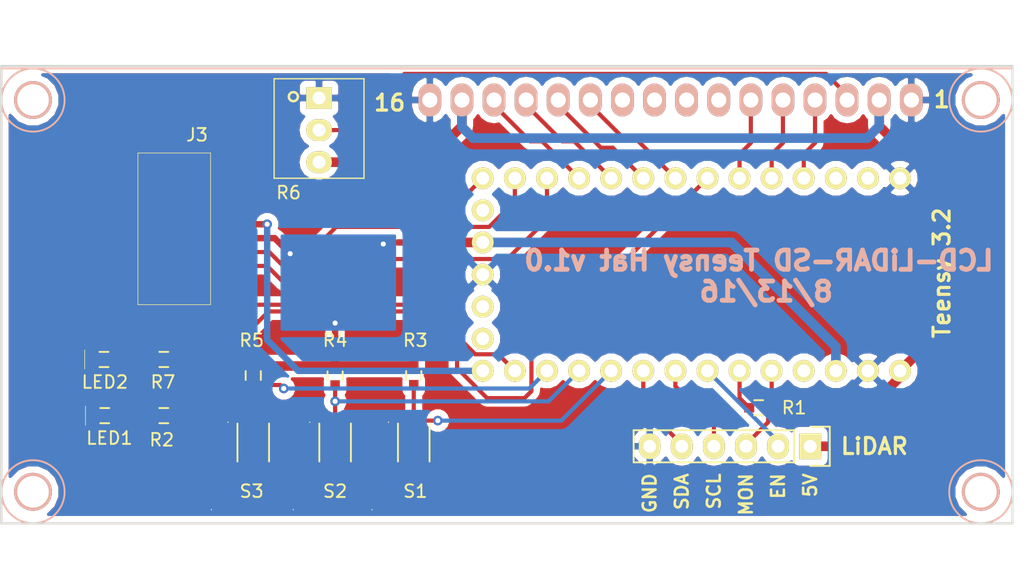
<source format=kicad_pcb>
(kicad_pcb (version 4) (host pcbnew 4.0.1-3.201512221402+6198~38~ubuntu14.04.1-stable)

  (general
    (links 49)
    (no_connects 0)
    (area 97.527699 91.845 178.584285 137.725)
    (thickness 1.6)
    (drawings 21)
    (tracks 140)
    (zones 0)
    (modules 16)
    (nets 28)
  )

  (page A4)
  (layers
    (0 F.Cu signal)
    (31 B.Cu signal)
    (32 B.Adhes user)
    (33 F.Adhes user)
    (34 B.Paste user)
    (35 F.Paste user)
    (36 B.SilkS user)
    (37 F.SilkS user)
    (38 B.Mask user)
    (39 F.Mask user)
    (40 Dwgs.User user hide)
    (41 Cmts.User user hide)
    (42 Eco1.User user hide)
    (43 Eco2.User user hide)
    (44 Edge.Cuts user)
    (45 Margin user hide)
    (46 B.CrtYd user)
    (47 F.CrtYd user)
    (48 B.Fab user)
    (49 F.Fab user)
  )

  (setup
    (last_trace_width 0.25)
    (user_trace_width 0.1524)
    (user_trace_width 0.254)
    (user_trace_width 0.3302)
    (user_trace_width 0.508)
    (user_trace_width 0.762)
    (user_trace_width 1.27)
    (trace_clearance 0.2)
    (zone_clearance 0.508)
    (zone_45_only no)
    (trace_min 0.1524)
    (segment_width 0.2)
    (edge_width 0.15)
    (via_size 0.762)
    (via_drill 0.4)
    (via_min_size 0.6858)
    (via_min_drill 0.3302)
    (user_via 0.6858 0.3302)
    (user_via 0.762 0.4064)
    (user_via 0.8636 0.508)
    (uvia_size 0.3)
    (uvia_drill 0.1)
    (uvias_allowed no)
    (uvia_min_size 0)
    (uvia_min_drill 0)
    (pcb_text_width 0.3)
    (pcb_text_size 1.5 1.5)
    (mod_edge_width 0.15)
    (mod_text_size 1 1)
    (mod_text_width 0.15)
    (pad_size 1.524 1.524)
    (pad_drill 0.762)
    (pad_to_mask_clearance 0.2)
    (aux_axis_origin 0 0)
    (visible_elements FFFEDF7D)
    (pcbplotparams
      (layerselection 0x30000_00000000)
      (usegerberextensions true)
      (excludeedgelayer true)
      (linewidth 0.100000)
      (plotframeref false)
      (viasonmask false)
      (mode 1)
      (useauxorigin false)
      (hpglpennumber 1)
      (hpglpenspeed 20)
      (hpglpendiameter 15)
      (hpglpenoverlay 2)
      (psnegative false)
      (psa4output false)
      (plotreference true)
      (plotvalue true)
      (plotinvisibletext false)
      (padsonsilk false)
      (subtractmaskfromsilk false)
      (outputformat 1)
      (mirror false)
      (drillshape 0)
      (scaleselection 1)
      (outputdirectory gerbers))
  )

  (net 0 "")
  (net 1 GND)
  (net 2 /LCD_RS)
  (net 3 /LCD_RW)
  (net 4 /LCD_EN)
  (net 5 /LED1)
  (net 6 /LCD_D4)
  (net 7 /LCD_D5)
  (net 8 /LCD_D6)
  (net 9 /LCD_D7)
  (net 10 /SD_CS)
  (net 11 /MOSI)
  (net 12 /MISO)
  (net 13 +3V3)
  (net 14 /SCLK)
  (net 15 /BUTTON2)
  (net 16 /SDA)
  (net 17 /BUTTON1)
  (net 18 /LIDAR_MONITOR)
  (net 19 +5V)
  (net 20 /LIDAR_TRIGGER)
  (net 21 /LIDAR_EN)
  (net 22 /SCL)
  (net 23 /LED2)
  (net 24 /BUTTON3)
  (net 25 "Net-(LCD1-Pad3)")
  (net 26 "Net-(LED1-Pad2)")
  (net 27 "Net-(LED2-Pad2)")

  (net_class Default "This is the default net class."
    (clearance 0.2)
    (trace_width 0.25)
    (via_dia 0.762)
    (via_drill 0.4)
    (uvia_dia 0.3)
    (uvia_drill 0.1)
    (add_net +3V3)
    (add_net +5V)
    (add_net /BUTTON1)
    (add_net /BUTTON2)
    (add_net /BUTTON3)
    (add_net /LCD_D4)
    (add_net /LCD_D5)
    (add_net /LCD_D6)
    (add_net /LCD_D7)
    (add_net /LCD_EN)
    (add_net /LCD_RS)
    (add_net /LCD_RW)
    (add_net /LED1)
    (add_net /LED2)
    (add_net /LIDAR_EN)
    (add_net /LIDAR_MONITOR)
    (add_net /LIDAR_TRIGGER)
    (add_net /MISO)
    (add_net /MOSI)
    (add_net /SCL)
    (add_net /SCLK)
    (add_net /SDA)
    (add_net /SD_CS)
    (add_net GND)
    (add_net "Net-(LCD1-Pad3)")
    (add_net "Net-(LED1-Pad2)")
    (add_net "Net-(LED2-Pad2)")
  )

  (module Wickerlib:TEENSY-3.2-NOSILK (layer F.Cu) (tedit 57AFBA27) (tstamp 57AFB7C0)
    (at 158.75 116.205 270)
    (path /579D6E55)
    (fp_text reference J1 (at -2 0 270) (layer F.Fab)
      (effects (font (size 1 1) (thickness 0.15)))
    )
    (fp_text value TEENSY3.2-72MHz (at -2.54 20.32 270) (layer F.Fab) hide
      (effects (font (size 1 1) (thickness 0.15)))
    )
    (fp_line (start 0 -9.5) (end 0 -11.5) (layer F.Fab) (width 0.05))
    (fp_line (start -4.5 -9.5) (end 0 -9.5) (layer F.Fab) (width 0.05))
    (fp_line (start -4.5 -11.5) (end -4.5 -9.5) (layer F.Fab) (width 0.05))
    (fp_line (start -11.5 24) (end 6.5 24) (layer F.Fab) (width 0.05))
    (fp_line (start -11.5 -11.5) (end -11.5 24) (layer F.Fab) (width 0.05))
    (fp_line (start 6.5 -11.5) (end -11.5 -11.5) (layer F.Fab) (width 0.05))
    (fp_line (start 6.5 24) (end 6.5 -11.5) (layer F.Fab) (width 0.05))
    (fp_text user %R (at 2.54 25.4 270) (layer F.SilkS) hide
      (effects (font (size 1 1) (thickness 0.15)))
    )
    (fp_line (start -11.43 24.13) (end 6.35 24.13) (layer F.CrtYd) (width 0.1524))
    (fp_line (start -11.43 -11.43) (end -11.43 24.13) (layer F.CrtYd) (width 0.1524))
    (fp_line (start 6.35 -11.43) (end -11.43 -11.43) (layer F.CrtYd) (width 0.1524))
    (fp_line (start 6.35 24.13) (end 6.35 -11.43) (layer F.CrtYd) (width 0.1524))
    (pad G1 thru_hole circle (at -10.16 -10.16 270) (size 1.7272 1.7272) (drill 1.016) (layers *.Cu *.Mask F.SilkS)
      (net 1 GND))
    (pad 0 thru_hole circle (at -10.16 -7.62 270) (size 1.7272 1.7272) (drill 1.016) (layers *.Cu *.Mask F.SilkS))
    (pad 1 thru_hole circle (at -10.16 -5.08 270) (size 1.7272 1.7272) (drill 1.016) (layers *.Cu *.Mask F.SilkS))
    (pad 2 thru_hole circle (at -10.16 -2.54 270) (size 1.7272 1.7272) (drill 1.016) (layers *.Cu *.Mask F.SilkS)
      (net 2 /LCD_RS))
    (pad 3 thru_hole circle (at -10.16 0 270) (size 1.7272 1.7272) (drill 1.016) (layers *.Cu *.Mask F.SilkS)
      (net 3 /LCD_RW))
    (pad 4 thru_hole circle (at -10.16 2.54 270) (size 1.7272 1.7272) (drill 1.016) (layers *.Cu *.Mask F.SilkS)
      (net 4 /LCD_EN))
    (pad 5 thru_hole circle (at -10.16 5.08 270) (size 1.7272 1.7272) (drill 1.016) (layers *.Cu *.Mask F.SilkS)
      (net 5 /LED1))
    (pad 6 thru_hole circle (at -10.16 7.62 270) (size 1.7272 1.7272) (drill 1.016) (layers *.Cu *.Mask F.SilkS)
      (net 6 /LCD_D4))
    (pad 7 thru_hole circle (at -10.16 10.16 270) (size 1.7272 1.7272) (drill 1.016) (layers *.Cu *.Mask F.SilkS)
      (net 7 /LCD_D5))
    (pad 8 thru_hole circle (at -10.16 12.7 270) (size 1.7272 1.7272) (drill 1.016) (layers *.Cu *.Mask F.SilkS)
      (net 8 /LCD_D6))
    (pad 9 thru_hole circle (at -10.16 15.24 270) (size 1.7272 1.7272) (drill 1.016) (layers *.Cu *.Mask F.SilkS)
      (net 9 /LCD_D7))
    (pad 10 thru_hole circle (at -10.16 17.78 270) (size 1.7272 1.7272) (drill 1.016) (layers *.Cu *.Mask F.SilkS)
      (net 10 /SD_CS))
    (pad 11 thru_hole circle (at -10.16 20.32 270) (size 1.7272 1.7272) (drill 1.016) (layers *.Cu *.Mask F.SilkS)
      (net 11 /MOSI))
    (pad 12 thru_hole circle (at -10.16 22.86 270) (size 1.7272 1.7272) (drill 1.016) (layers *.Cu *.Mask F.SilkS)
      (net 12 /MISO))
    (pad VBAT thru_hole circle (at -7.62 22.86 270) (size 1.7272 1.7272) (drill 1.016) (layers *.Cu *.Mask F.SilkS))
    (pad 3V1 thru_hole circle (at -5.08 22.86 270) (size 1.7272 1.7272) (drill 1.016) (layers *.Cu *.Mask F.SilkS)
      (net 13 +3V3))
    (pad G2 thru_hole circle (at -2.54 22.86 270) (size 1.7272 1.7272) (drill 1.016) (layers *.Cu *.Mask F.SilkS)
      (net 1 GND))
    (pad PGM thru_hole circle (at 0 22.86 270) (size 1.7272 1.7272) (drill 1.016) (layers *.Cu *.Mask F.SilkS))
    (pad DAC thru_hole circle (at 2.54 22.86 270) (size 1.7272 1.7272) (drill 1.016) (layers *.Cu *.Mask F.SilkS))
    (pad 13 thru_hole circle (at 5.08 22.86 270) (size 1.7272 1.7272) (drill 1.016) (layers *.Cu *.Mask F.SilkS)
      (net 14 /SCLK))
    (pad 16 thru_hole circle (at 5.08 15.24 270) (size 1.7272 1.7272) (drill 1.016) (layers *.Cu *.Mask F.SilkS)
      (net 15 /BUTTON2))
    (pad 3V2 thru_hole circle (at 5.08 -5.08 270) (size 1.7272 1.7272) (drill 1.016) (layers *.Cu *.Mask F.SilkS)
      (net 13 +3V3))
    (pad 18 thru_hole circle (at 5.08 10.16 270) (size 1.7272 1.7272) (drill 1.016) (layers *.Cu *.Mask F.SilkS)
      (net 16 /SDA))
    (pad 17 thru_hole circle (at 5.08 12.7 270) (size 1.7272 1.7272) (drill 1.016) (layers *.Cu *.Mask F.SilkS)
      (net 17 /BUTTON1))
    (pad AG thru_hole circle (at 5.08 -7.62 270) (size 1.7272 1.7272) (drill 1.016) (layers *.Cu *.Mask F.SilkS)
      (net 1 GND))
    (pad 22 thru_hole circle (at 5.08 0 270) (size 1.7272 1.7272) (drill 1.016) (layers *.Cu *.Mask F.SilkS)
      (net 18 /LIDAR_MONITOR))
    (pad VIN thru_hole circle (at 5.08 -10.16 270) (size 1.7272 1.7272) (drill 1.016) (layers *.Cu *.Mask F.SilkS)
      (net 19 +5V))
    (pad 21 thru_hole circle (at 5.08 2.54 270) (size 1.7272 1.7272) (drill 1.016) (layers *.Cu *.Mask F.SilkS)
      (net 20 /LIDAR_TRIGGER))
    (pad 20 thru_hole circle (at 5.08 5.08 270) (size 1.7272 1.7272) (drill 1.016) (layers *.Cu *.Mask F.SilkS)
      (net 21 /LIDAR_EN))
    (pad 19 thru_hole circle (at 5.08 7.62 270) (size 1.7272 1.7272) (drill 1.016) (layers *.Cu *.Mask F.SilkS)
      (net 22 /SCL))
    (pad 23 thru_hole circle (at 5.08 -2.54 270) (size 1.7272 1.7272) (drill 1.016) (layers *.Cu *.Mask F.SilkS))
    (pad 14 thru_hole circle (at 5.08 20.32 270) (size 1.7272 1.7272) (drill 1.016) (layers *.Cu *.Mask F.SilkS)
      (net 23 /LED2))
    (pad 15 thru_hole circle (at 5.08 17.78 270) (size 1.7272 1.7272) (drill 1.016) (layers *.Cu *.Mask F.SilkS)
      (net 24 /BUTTON3))
  )

  (module Wickerlib:CONN-HEADER-STRAIGHT-P2.54MM-1x06 (layer F.Cu) (tedit 57AFB99F) (tstamp 57AFB7CA)
    (at 161.798 127.254 270)
    (descr "Through hole pin header")
    (tags "pin header")
    (path /57AFB718)
    (fp_text reference J2 (at 0.17 8.39 360) (layer F.Fab)
      (effects (font (size 1 1) (thickness 0.15)))
    )
    (fp_text value LIDAR-LITE (at -2.63 6.86 360) (layer F.Fab) hide
      (effects (font (size 1 1) (thickness 0.15)))
    )
    (fp_circle (center 0 0) (end 0.254 0.254) (layer F.Fab) (width 0.3))
    (fp_text user %R (at 0.14 -2.74 270) (layer F.SilkS) hide
      (effects (font (size 1 1) (thickness 0.15)))
    )
    (fp_line (start -1.75 -1.75) (end -1.75 14.45) (layer F.CrtYd) (width 0.05))
    (fp_line (start 1.75 -1.75) (end 1.75 14.45) (layer F.CrtYd) (width 0.05))
    (fp_line (start -1.75 -1.75) (end 1.75 -1.75) (layer F.CrtYd) (width 0.05))
    (fp_line (start -1.75 14.45) (end 1.75 14.45) (layer F.CrtYd) (width 0.05))
    (fp_line (start 1.27 1.27) (end 1.27 13.97) (layer F.SilkS) (width 0.15))
    (fp_line (start 1.27 13.97) (end -1.27 13.97) (layer F.SilkS) (width 0.15))
    (fp_line (start -1.27 13.97) (end -1.27 1.27) (layer F.SilkS) (width 0.15))
    (fp_line (start 1.55 -1.55) (end 1.55 0) (layer F.SilkS) (width 0.15))
    (fp_line (start 1.27 1.27) (end -1.27 1.27) (layer F.SilkS) (width 0.15))
    (fp_line (start -1.55 0) (end -1.55 -1.55) (layer F.SilkS) (width 0.15))
    (fp_line (start -1.55 -1.55) (end 1.55 -1.55) (layer F.SilkS) (width 0.15))
    (fp_line (start -1.75 -1.75) (end -1.75 14.45) (layer F.Fab) (width 0.05))
    (fp_line (start -1.76 -1.74) (end 1.74 -1.74) (layer F.Fab) (width 0.05))
    (fp_line (start 1.73 -1.76) (end 1.73 14.44) (layer F.Fab) (width 0.05))
    (fp_line (start -1.77 14.43) (end 1.73 14.43) (layer F.Fab) (width 0.05))
    (pad 1 thru_hole rect (at 0 0 270) (size 2.032 1.7272) (drill 1.016) (layers *.Cu *.Mask F.SilkS)
      (net 19 +5V))
    (pad 2 thru_hole oval (at 0 2.54 270) (size 2.032 1.7272) (drill 1.016) (layers *.Cu *.Mask F.SilkS)
      (net 21 /LIDAR_EN))
    (pad 3 thru_hole oval (at 0 5.08 270) (size 2.032 1.7272) (drill 1.016) (layers *.Cu *.Mask F.SilkS)
      (net 18 /LIDAR_MONITOR))
    (pad 4 thru_hole oval (at 0 7.62 270) (size 2.032 1.7272) (drill 1.016) (layers *.Cu *.Mask F.SilkS)
      (net 22 /SCL))
    (pad 5 thru_hole oval (at 0 10.16 270) (size 2.032 1.7272) (drill 1.016) (layers *.Cu *.Mask F.SilkS)
      (net 16 /SDA))
    (pad 6 thru_hole oval (at 0 12.7 270) (size 2.032 1.7272) (drill 1.016) (layers *.Cu *.Mask F.SilkS)
      (net 1 GND))
  )

  (module Wickerlib:LCD-1602A locked (layer B.Cu) (tedit 57902DAA) (tstamp 57AFB7F5)
    (at 169.80154 99.85502 180)
    (descr http://www.kamami.pl/dl/wc1602a0.pdf)
    (tags "LCD 16x2 Alphanumeric 16pin")
    (path /579D6F47)
    (fp_text reference LCD1 (at 19.05 0 180) (layer B.Fab)
      (effects (font (size 1 1) (thickness 0.15)) (justify mirror))
    )
    (fp_text value LCD-16x2 (at 31.99892 -15.49908 180) (layer B.Fab) hide
      (effects (font (size 1 1) (thickness 0.15)) (justify mirror))
    )
    (fp_line (start 39.624 2.032) (end -1.524 2.032) (layer B.Fab) (width 0.05))
    (fp_line (start 39.624 -1.778) (end 39.624 2.032) (layer B.Fab) (width 0.05))
    (fp_line (start -1.524 -1.778) (end 39.624 -1.778) (layer B.Fab) (width 0.05))
    (fp_line (start -1.524 2.032) (end -1.524 -1.778) (layer B.Fab) (width 0.05))
    (fp_line (start -1.524 2.032) (end -1.524 1.778) (layer B.CrtYd) (width 0.05))
    (fp_line (start 39.624 2.032) (end -1.524 2.032) (layer B.CrtYd) (width 0.05))
    (fp_line (start 39.624 -1.778) (end 39.624 2.032) (layer B.CrtYd) (width 0.05))
    (fp_line (start -1.524 -1.778) (end 39.624 -1.778) (layer B.CrtYd) (width 0.05))
    (fp_line (start -1.524 1.778) (end -1.524 -1.778) (layer B.CrtYd) (width 0.05))
    (fp_circle (center 69.49948 0) (end 71.99884 0) (layer B.SilkS) (width 0.15))
    (fp_circle (center 69.49948 -31.0007) (end 71.99884 -31.0007) (layer B.SilkS) (width 0.15))
    (fp_circle (center -5.4991 -31.0007) (end -8.001 -31.0007) (layer B.SilkS) (width 0.15))
    (fp_circle (center -5.4991 0) (end -2.99974 0) (layer B.SilkS) (width 0.15))
    (fp_line (start -8.001 2.49936) (end 71.99884 2.49936) (layer B.SilkS) (width 0.15))
    (fp_line (start 71.99884 2.49936) (end 71.99884 -33.50006) (layer B.SilkS) (width 0.15))
    (fp_line (start 71.99884 -33.50006) (end -8.001 -33.50006) (layer B.SilkS) (width 0.15))
    (fp_line (start -8.001 -33.50006) (end -8.001 2.49936) (layer B.SilkS) (width 0.15))
    (pad 1 thru_hole oval (at 0 0 180) (size 1.8 2.6) (drill 1.2) (layers *.Cu *.Mask B.SilkS)
      (net 1 GND))
    (pad 2 thru_hole oval (at 2.54 0 180) (size 1.8 2.6) (drill 1.2) (layers *.Cu *.Mask B.SilkS)
      (net 19 +5V))
    (pad 3 thru_hole oval (at 5.08 0 180) (size 1.8 2.6) (drill 1.2) (layers *.Cu *.Mask B.SilkS)
      (net 25 "Net-(LCD1-Pad3)"))
    (pad 4 thru_hole oval (at 7.62 0 180) (size 1.8 2.6) (drill 1.2) (layers *.Cu *.Mask B.SilkS)
      (net 2 /LCD_RS))
    (pad 5 thru_hole oval (at 10.16 0 180) (size 1.8 2.6) (drill 1.2) (layers *.Cu *.Mask B.SilkS)
      (net 3 /LCD_RW))
    (pad 6 thru_hole oval (at 12.7 0 180) (size 1.8 2.6) (drill 1.2) (layers *.Cu *.Mask B.SilkS)
      (net 4 /LCD_EN))
    (pad 7 thru_hole oval (at 15.24 0 180) (size 1.8 2.6) (drill 1.2) (layers *.Cu *.Mask B.SilkS))
    (pad 8 thru_hole oval (at 17.78 0 180) (size 1.8 2.6) (drill 1.2) (layers *.Cu *.Mask B.SilkS))
    (pad 9 thru_hole oval (at 20.32 0 180) (size 1.8 2.6) (drill 1.2) (layers *.Cu *.Mask B.SilkS))
    (pad 10 thru_hole oval (at 22.86 0 180) (size 1.8 2.6) (drill 1.2) (layers *.Cu *.Mask B.SilkS))
    (pad 11 thru_hole oval (at 25.4 0 180) (size 1.8 2.6) (drill 1.2) (layers *.Cu *.Mask B.SilkS)
      (net 6 /LCD_D4))
    (pad 12 thru_hole oval (at 27.94 0 180) (size 1.8 2.6) (drill 1.2) (layers *.Cu *.Mask B.SilkS)
      (net 7 /LCD_D5))
    (pad 13 thru_hole oval (at 30.48 0 180) (size 1.8 2.6) (drill 1.2) (layers *.Cu *.Mask B.SilkS)
      (net 8 /LCD_D6))
    (pad 14 thru_hole oval (at 33.02 0 180) (size 1.8 2.6) (drill 1.2) (layers *.Cu *.Mask B.SilkS)
      (net 9 /LCD_D7))
    (pad 15 thru_hole oval (at 35.56 0 180) (size 1.8 2.6) (drill 1.2) (layers *.Cu *.Mask B.SilkS)
      (net 19 +5V))
    (pad 16 thru_hole oval (at 38.1 0 180) (size 1.8 2.6) (drill 1.2) (layers *.Cu *.Mask B.SilkS)
      (net 1 GND))
    (pad 0 thru_hole circle (at -5.4991 0 180) (size 3 3) (drill 2.5) (layers *.Cu *.Mask B.SilkS))
    (pad 0 thru_hole circle (at -5.4991 -31.0007 180) (size 3 3) (drill 2.5) (layers *.Cu *.Mask B.SilkS))
    (pad 0 thru_hole circle (at 69.49948 -31.0007 180) (size 3 3) (drill 2.5) (layers *.Cu *.Mask B.SilkS))
    (pad 0 thru_hole circle (at 69.49948 0 180) (size 3 3) (drill 2.5) (layers *.Cu *.Mask B.SilkS))
  )

  (module Wickerlib:LED-0603-SMD (layer F.Cu) (tedit 57903B26) (tstamp 57AFB7FB)
    (at 105.977666 124.828528)
    (descr "Capacitor SMD 0603, reflow soldering, AVX (see smccp.pdf)")
    (tags "capacitor 0603")
    (path /57AFBDDD)
    (attr smd)
    (fp_text reference LED1 (at 0.09 0.04) (layer F.Fab)
      (effects (font (size 0.8 0.8) (thickness 0.15)))
    )
    (fp_text value AMBER (at 0 1.9) (layer F.Fab) hide
      (effects (font (size 1 1) (thickness 0.15)))
    )
    (fp_line (start -1.524 0.762) (end -1.524 -0.762) (layer F.SilkS) (width 0.05))
    (fp_line (start -2.032 -0.762) (end -2.032 0.762) (layer F.Fab) (width 0.05))
    (fp_text user %R (at 0.369 1.778) (layer F.SilkS)
      (effects (font (size 1 1) (thickness 0.15)))
    )
    (fp_line (start -1.778 -0.762) (end 2.032 -0.762) (layer F.Fab) (width 0.05))
    (fp_line (start -1.45 0.75) (end 1.45 0.75) (layer F.CrtYd) (width 0.05))
    (fp_line (start -1.45 -0.75) (end -1.45 0.75) (layer F.CrtYd) (width 0.05))
    (fp_line (start 1.45 -0.75) (end 1.45 0.75) (layer F.CrtYd) (width 0.05))
    (fp_line (start -0.35 -0.6) (end 0.35 -0.6) (layer F.SilkS) (width 0.15))
    (fp_line (start 0.35 0.6) (end -0.35 0.6) (layer F.SilkS) (width 0.15))
    (fp_line (start -1.45 -0.75) (end 1.45 -0.762) (layer F.CrtYd) (width 0.05))
    (fp_line (start -1.778 -0.75) (end -1.778 0.75) (layer F.Fab) (width 0.05))
    (fp_line (start 2.032 -0.75) (end 2.032 0.75) (layer F.Fab) (width 0.05))
    (fp_line (start -1.778 0.762) (end 2.032 0.762) (layer F.Fab) (width 0.05))
    (pad 1 smd rect (at -0.75 0) (size 0.8 0.75) (layers F.Cu F.Paste F.Mask)
      (net 1 GND))
    (pad 2 smd rect (at 0.75 0) (size 0.8 0.75) (layers F.Cu F.Paste F.Mask)
      (net 26 "Net-(LED1-Pad2)"))
  )

  (module Wickerlib:LED-0603-SMD (layer F.Cu) (tedit 57903B26) (tstamp 57AFB801)
    (at 105.918 120.383528)
    (descr "Capacitor SMD 0603, reflow soldering, AVX (see smccp.pdf)")
    (tags "capacitor 0603")
    (path /57B0513E)
    (attr smd)
    (fp_text reference LED2 (at 0.09 0.04) (layer F.Fab)
      (effects (font (size 0.8 0.8) (thickness 0.15)))
    )
    (fp_text value AMBER (at 0 1.9) (layer F.Fab) hide
      (effects (font (size 1 1) (thickness 0.15)))
    )
    (fp_line (start -1.524 0.762) (end -1.524 -0.762) (layer F.SilkS) (width 0.05))
    (fp_line (start -2.032 -0.762) (end -2.032 0.762) (layer F.Fab) (width 0.05))
    (fp_text user %R (at 0.07 1.790472) (layer F.SilkS)
      (effects (font (size 1 1) (thickness 0.15)))
    )
    (fp_line (start -1.778 -0.762) (end 2.032 -0.762) (layer F.Fab) (width 0.05))
    (fp_line (start -1.45 0.75) (end 1.45 0.75) (layer F.CrtYd) (width 0.05))
    (fp_line (start -1.45 -0.75) (end -1.45 0.75) (layer F.CrtYd) (width 0.05))
    (fp_line (start 1.45 -0.75) (end 1.45 0.75) (layer F.CrtYd) (width 0.05))
    (fp_line (start -0.35 -0.6) (end 0.35 -0.6) (layer F.SilkS) (width 0.15))
    (fp_line (start 0.35 0.6) (end -0.35 0.6) (layer F.SilkS) (width 0.15))
    (fp_line (start -1.45 -0.75) (end 1.45 -0.762) (layer F.CrtYd) (width 0.05))
    (fp_line (start -1.778 -0.75) (end -1.778 0.75) (layer F.Fab) (width 0.05))
    (fp_line (start 2.032 -0.75) (end 2.032 0.75) (layer F.Fab) (width 0.05))
    (fp_line (start -1.778 0.762) (end 2.032 0.762) (layer F.Fab) (width 0.05))
    (pad 1 smd rect (at -0.75 0) (size 0.8 0.75) (layers F.Cu F.Paste F.Mask)
      (net 1 GND))
    (pad 2 smd rect (at 0.75 0) (size 0.8 0.75) (layers F.Cu F.Paste F.Mask)
      (net 27 "Net-(LED2-Pad2)"))
  )

  (module Wickerlib:RLC-0603-SMD (layer F.Cu) (tedit 579029AB) (tstamp 57AFB807)
    (at 157.722 124.206)
    (descr "Capacitor SMD RLC-0603-SMD, reflow soldering, AVX (see smccp.pdf)")
    (tags "capacitor RLC-0603-SMD")
    (path /57AFEF7E)
    (attr smd)
    (fp_text reference R1 (at 0.09 0.04) (layer F.Fab)
      (effects (font (size 0.8 0.8) (thickness 0.15)))
    )
    (fp_text value 1K (at 0 1.9) (layer F.Fab) hide
      (effects (font (size 1 1) (thickness 0.15)))
    )
    (fp_text user %R (at 2.806 0) (layer F.SilkS)
      (effects (font (size 1 1) (thickness 0.15)))
    )
    (fp_line (start -1.45 -0.75) (end 1.45 -0.75) (layer F.Fab) (width 0.05))
    (fp_line (start -1.45 0.75) (end 1.45 0.75) (layer F.CrtYd) (width 0.05))
    (fp_line (start -1.45 -0.75) (end -1.45 0.75) (layer F.CrtYd) (width 0.05))
    (fp_line (start 1.45 -0.75) (end 1.45 0.75) (layer F.CrtYd) (width 0.05))
    (fp_line (start -0.35 -0.6) (end 0.35 -0.6) (layer F.SilkS) (width 0.15))
    (fp_line (start 0.35 0.6) (end -0.35 0.6) (layer F.SilkS) (width 0.15))
    (fp_line (start -1.45 -0.75) (end 1.45 -0.75) (layer F.CrtYd) (width 0.05))
    (fp_line (start -1.45 -0.75) (end -1.45 0.75) (layer F.Fab) (width 0.05))
    (fp_line (start 1.45 -0.75) (end 1.45 0.75) (layer F.Fab) (width 0.05))
    (fp_line (start -1.45 0.75) (end 1.45 0.75) (layer F.Fab) (width 0.05))
    (pad 1 smd rect (at -0.75 0) (size 0.8 0.75) (layers F.Cu F.Paste F.Mask)
      (net 20 /LIDAR_TRIGGER))
    (pad 2 smd rect (at 0.75 0) (size 0.8 0.75) (layers F.Cu F.Paste F.Mask)
      (net 18 /LIDAR_MONITOR))
  )

  (module Wickerlib:RLC-0603-SMD (layer F.Cu) (tedit 579029AB) (tstamp 57AFB80D)
    (at 110.652666 124.828528 180)
    (descr "Capacitor SMD RLC-0603-SMD, reflow soldering, AVX (see smccp.pdf)")
    (tags "capacitor RLC-0603-SMD")
    (path /57AFBEBD)
    (attr smd)
    (fp_text reference R2 (at 0.09 0.04 180) (layer F.Fab)
      (effects (font (size 0.8 0.8) (thickness 0.15)))
    )
    (fp_text value 1K (at 0 1.9 180) (layer F.Fab) hide
      (effects (font (size 1 1) (thickness 0.15)))
    )
    (fp_text user %R (at 0.162666 -1.917472 180) (layer F.SilkS)
      (effects (font (size 1 1) (thickness 0.15)))
    )
    (fp_line (start -1.45 -0.75) (end 1.45 -0.75) (layer F.Fab) (width 0.05))
    (fp_line (start -1.45 0.75) (end 1.45 0.75) (layer F.CrtYd) (width 0.05))
    (fp_line (start -1.45 -0.75) (end -1.45 0.75) (layer F.CrtYd) (width 0.05))
    (fp_line (start 1.45 -0.75) (end 1.45 0.75) (layer F.CrtYd) (width 0.05))
    (fp_line (start -0.35 -0.6) (end 0.35 -0.6) (layer F.SilkS) (width 0.15))
    (fp_line (start 0.35 0.6) (end -0.35 0.6) (layer F.SilkS) (width 0.15))
    (fp_line (start -1.45 -0.75) (end 1.45 -0.75) (layer F.CrtYd) (width 0.05))
    (fp_line (start -1.45 -0.75) (end -1.45 0.75) (layer F.Fab) (width 0.05))
    (fp_line (start 1.45 -0.75) (end 1.45 0.75) (layer F.Fab) (width 0.05))
    (fp_line (start -1.45 0.75) (end 1.45 0.75) (layer F.Fab) (width 0.05))
    (pad 1 smd rect (at -0.75 0 180) (size 0.8 0.75) (layers F.Cu F.Paste F.Mask)
      (net 5 /LED1))
    (pad 2 smd rect (at 0.75 0 180) (size 0.8 0.75) (layers F.Cu F.Paste F.Mask)
      (net 26 "Net-(LED1-Pad2)"))
  )

  (module Wickerlib:RLC-0603-SMD (layer F.Cu) (tedit 579029AB) (tstamp 57AFB813)
    (at 130.429 121.654 270)
    (descr "Capacitor SMD RLC-0603-SMD, reflow soldering, AVX (see smccp.pdf)")
    (tags "capacitor RLC-0603-SMD")
    (path /57AFC14D)
    (attr smd)
    (fp_text reference R3 (at 0.09 0.04 270) (layer F.Fab)
      (effects (font (size 0.8 0.8) (thickness 0.15)))
    )
    (fp_text value 1K (at 0 1.9 270) (layer F.Fab) hide
      (effects (font (size 1 1) (thickness 0.15)))
    )
    (fp_text user %R (at -2.782 -0.127 360) (layer F.SilkS)
      (effects (font (size 1 1) (thickness 0.15)))
    )
    (fp_line (start -1.45 -0.75) (end 1.45 -0.75) (layer F.Fab) (width 0.05))
    (fp_line (start -1.45 0.75) (end 1.45 0.75) (layer F.CrtYd) (width 0.05))
    (fp_line (start -1.45 -0.75) (end -1.45 0.75) (layer F.CrtYd) (width 0.05))
    (fp_line (start 1.45 -0.75) (end 1.45 0.75) (layer F.CrtYd) (width 0.05))
    (fp_line (start -0.35 -0.6) (end 0.35 -0.6) (layer F.SilkS) (width 0.15))
    (fp_line (start 0.35 0.6) (end -0.35 0.6) (layer F.SilkS) (width 0.15))
    (fp_line (start -1.45 -0.75) (end 1.45 -0.75) (layer F.CrtYd) (width 0.05))
    (fp_line (start -1.45 -0.75) (end -1.45 0.75) (layer F.Fab) (width 0.05))
    (fp_line (start 1.45 -0.75) (end 1.45 0.75) (layer F.Fab) (width 0.05))
    (fp_line (start -1.45 0.75) (end 1.45 0.75) (layer F.Fab) (width 0.05))
    (pad 1 smd rect (at -0.75 0 270) (size 0.8 0.75) (layers F.Cu F.Paste F.Mask)
      (net 13 +3V3))
    (pad 2 smd rect (at 0.75 0 270) (size 0.8 0.75) (layers F.Cu F.Paste F.Mask)
      (net 17 /BUTTON1))
  )

  (module Wickerlib:RLC-0603-SMD (layer F.Cu) (tedit 579029AB) (tstamp 57AFB819)
    (at 124.206 121.678 270)
    (descr "Capacitor SMD RLC-0603-SMD, reflow soldering, AVX (see smccp.pdf)")
    (tags "capacitor RLC-0603-SMD")
    (path /57AFC516)
    (attr smd)
    (fp_text reference R4 (at 0.09 0.04 270) (layer F.Fab)
      (effects (font (size 0.8 0.8) (thickness 0.15)))
    )
    (fp_text value 1K (at 0 1.9 270) (layer F.Fab) hide
      (effects (font (size 1 1) (thickness 0.15)))
    )
    (fp_text user %R (at -2.806 0 360) (layer F.SilkS)
      (effects (font (size 1 1) (thickness 0.15)))
    )
    (fp_line (start -1.45 -0.75) (end 1.45 -0.75) (layer F.Fab) (width 0.05))
    (fp_line (start -1.45 0.75) (end 1.45 0.75) (layer F.CrtYd) (width 0.05))
    (fp_line (start -1.45 -0.75) (end -1.45 0.75) (layer F.CrtYd) (width 0.05))
    (fp_line (start 1.45 -0.75) (end 1.45 0.75) (layer F.CrtYd) (width 0.05))
    (fp_line (start -0.35 -0.6) (end 0.35 -0.6) (layer F.SilkS) (width 0.15))
    (fp_line (start 0.35 0.6) (end -0.35 0.6) (layer F.SilkS) (width 0.15))
    (fp_line (start -1.45 -0.75) (end 1.45 -0.75) (layer F.CrtYd) (width 0.05))
    (fp_line (start -1.45 -0.75) (end -1.45 0.75) (layer F.Fab) (width 0.05))
    (fp_line (start 1.45 -0.75) (end 1.45 0.75) (layer F.Fab) (width 0.05))
    (fp_line (start -1.45 0.75) (end 1.45 0.75) (layer F.Fab) (width 0.05))
    (pad 1 smd rect (at -0.75 0 270) (size 0.8 0.75) (layers F.Cu F.Paste F.Mask)
      (net 13 +3V3))
    (pad 2 smd rect (at 0.75 0 270) (size 0.8 0.75) (layers F.Cu F.Paste F.Mask)
      (net 15 /BUTTON2))
  )

  (module Wickerlib:RLC-0603-SMD (layer F.Cu) (tedit 579029AB) (tstamp 57AFB81F)
    (at 117.729 121.654 270)
    (descr "Capacitor SMD RLC-0603-SMD, reflow soldering, AVX (see smccp.pdf)")
    (tags "capacitor RLC-0603-SMD")
    (path /57AFC6CF)
    (attr smd)
    (fp_text reference R5 (at 0.09 0.04 270) (layer F.Fab)
      (effects (font (size 0.8 0.8) (thickness 0.15)))
    )
    (fp_text value 1K (at 0 1.9 270) (layer F.Fab) hide
      (effects (font (size 1 1) (thickness 0.15)))
    )
    (fp_text user %R (at -2.782 0.127 360) (layer F.SilkS)
      (effects (font (size 1 1) (thickness 0.15)))
    )
    (fp_line (start -1.45 -0.75) (end 1.45 -0.75) (layer F.Fab) (width 0.05))
    (fp_line (start -1.45 0.75) (end 1.45 0.75) (layer F.CrtYd) (width 0.05))
    (fp_line (start -1.45 -0.75) (end -1.45 0.75) (layer F.CrtYd) (width 0.05))
    (fp_line (start 1.45 -0.75) (end 1.45 0.75) (layer F.CrtYd) (width 0.05))
    (fp_line (start -0.35 -0.6) (end 0.35 -0.6) (layer F.SilkS) (width 0.15))
    (fp_line (start 0.35 0.6) (end -0.35 0.6) (layer F.SilkS) (width 0.15))
    (fp_line (start -1.45 -0.75) (end 1.45 -0.75) (layer F.CrtYd) (width 0.05))
    (fp_line (start -1.45 -0.75) (end -1.45 0.75) (layer F.Fab) (width 0.05))
    (fp_line (start 1.45 -0.75) (end 1.45 0.75) (layer F.Fab) (width 0.05))
    (fp_line (start -1.45 0.75) (end 1.45 0.75) (layer F.Fab) (width 0.05))
    (pad 1 smd rect (at -0.75 0 270) (size 0.8 0.75) (layers F.Cu F.Paste F.Mask)
      (net 13 +3V3))
    (pad 2 smd rect (at 0.75 0 270) (size 0.8 0.75) (layers F.Cu F.Paste F.Mask)
      (net 24 /BUTTON3))
  )

  (module Wickerlib:RES-TRIMPOT-BOURNS-3362-SQUARE-TH-CENTER (layer F.Cu) (tedit 5790459A) (tstamp 57AFB826)
    (at 122.936 102.235)
    (descr "Through hole pin header")
    (tags "pin header")
    (path /579D7214)
    (fp_text reference R6 (at 0 0 90) (layer F.Fab)
      (effects (font (size 1 1) (thickness 0.15)))
    )
    (fp_text value 10K (at 0.508 0.254 90) (layer F.Fab) hide
      (effects (font (size 1 1) (thickness 0.15)))
    )
    (fp_line (start 3.556 -3.81) (end 3.556 -4.064) (layer F.SilkS) (width 0.1016))
    (fp_line (start 3.556 3.81) (end 3.556 -3.81) (layer F.SilkS) (width 0.1016))
    (fp_line (start -3.556 3.81) (end 3.556 3.81) (layer F.SilkS) (width 0.1016))
    (fp_line (start -3.556 -4.064) (end -3.556 3.81) (layer F.SilkS) (width 0.1016))
    (fp_line (start 3.556 -4.064) (end -3.556 -4.064) (layer F.SilkS) (width 0.1016))
    (fp_circle (center 0 -2.54) (end 0.254 -2.286) (layer F.Fab) (width 0.2))
    (fp_text user %R (at -2.413 4.953) (layer F.SilkS)
      (effects (font (size 1 1) (thickness 0.15)))
    )
    (fp_line (start 3.556 3.81) (end 3.556 -4.064) (layer F.Fab) (width 0.05))
    (fp_line (start -3.556 3.81) (end 3.556 3.81) (layer F.Fab) (width 0.05))
    (fp_line (start -3.556 -4.064) (end -3.556 3.81) (layer F.Fab) (width 0.05))
    (fp_line (start 3.556 -4.064) (end -3.556 -4.064) (layer F.Fab) (width 0.05))
    (fp_circle (center -2.032 -2.64521) (end -1.778 -2.39121) (layer F.SilkS) (width 0.2))
    (pad 1 thru_hole rect (at 0 -2.54) (size 2.032 1.7272) (drill 1.016) (layers *.Cu *.Mask F.SilkS)
      (net 1 GND))
    (pad 2 thru_hole oval (at 0 0) (size 2.032 1.7272) (drill 1.016) (layers *.Cu *.Mask F.SilkS)
      (net 25 "Net-(LCD1-Pad3)"))
    (pad 3 thru_hole oval (at 0 2.54) (size 2.032 1.7272) (drill 1.016) (layers *.Cu *.Mask F.SilkS)
      (net 19 +5V))
  )

  (module Wickerlib:RLC-0603-SMD (layer F.Cu) (tedit 579029AB) (tstamp 57AFB82C)
    (at 110.652666 120.383528 180)
    (descr "Capacitor SMD RLC-0603-SMD, reflow soldering, AVX (see smccp.pdf)")
    (tags "capacitor RLC-0603-SMD")
    (path /57B05151)
    (attr smd)
    (fp_text reference R7 (at 0.09 0.04 180) (layer F.Fab)
      (effects (font (size 0.8 0.8) (thickness 0.15)))
    )
    (fp_text value 1K (at 0 1.9 180) (layer F.Fab) hide
      (effects (font (size 1 1) (thickness 0.15)))
    )
    (fp_text user %R (at 0.07 -1.790472 180) (layer F.SilkS)
      (effects (font (size 1 1) (thickness 0.15)))
    )
    (fp_line (start -1.45 -0.75) (end 1.45 -0.75) (layer F.Fab) (width 0.05))
    (fp_line (start -1.45 0.75) (end 1.45 0.75) (layer F.CrtYd) (width 0.05))
    (fp_line (start -1.45 -0.75) (end -1.45 0.75) (layer F.CrtYd) (width 0.05))
    (fp_line (start 1.45 -0.75) (end 1.45 0.75) (layer F.CrtYd) (width 0.05))
    (fp_line (start -0.35 -0.6) (end 0.35 -0.6) (layer F.SilkS) (width 0.15))
    (fp_line (start 0.35 0.6) (end -0.35 0.6) (layer F.SilkS) (width 0.15))
    (fp_line (start -1.45 -0.75) (end 1.45 -0.75) (layer F.CrtYd) (width 0.05))
    (fp_line (start -1.45 -0.75) (end -1.45 0.75) (layer F.Fab) (width 0.05))
    (fp_line (start 1.45 -0.75) (end 1.45 0.75) (layer F.Fab) (width 0.05))
    (fp_line (start -1.45 0.75) (end 1.45 0.75) (layer F.Fab) (width 0.05))
    (pad 1 smd rect (at -0.75 0 180) (size 0.8 0.75) (layers F.Cu F.Paste F.Mask)
      (net 23 /LED2))
    (pad 2 smd rect (at 0.75 0 180) (size 0.8 0.75) (layers F.Cu F.Paste F.Mask)
      (net 27 "Net-(LED2-Pad2)"))
  )

  (module Wickerlib:SWITCH-OMRON-MOMENTARY-SMD-B3U-1000P (layer F.Cu) (tedit 57904124) (tstamp 57AFB832)
    (at 130.429 125.349 270)
    (descr SW-B3F-10XX)
    (tags "Omron B3F-10xx")
    (path /57AFBFD5)
    (fp_text reference S1 (at 1.778 0 270) (layer F.Fab)
      (effects (font (size 1 1) (thickness 0.15)))
    )
    (fp_text value BUTTON1 (at 1.524 0 270) (layer F.Fab) hide
      (effects (font (size 1 1) (thickness 0.15)))
    )
    (fp_text user %R (at 5.461 -0.127 360) (layer F.SilkS)
      (effects (font (size 1 1) (thickness 0.15)))
    )
    (fp_line (start -0.762 -1.524) (end 4.318 -1.524) (layer F.Fab) (width 0.05))
    (fp_line (start -0.762 1.524) (end -0.762 -1.524) (layer F.Fab) (width 0.05))
    (fp_line (start 4.318 1.524) (end -0.762 1.524) (layer F.Fab) (width 0.05))
    (fp_line (start 4.318 -1.524) (end 4.318 1.524) (layer F.Fab) (width 0.05))
    (fp_line (start 4.318 1.524) (end 4.318 -1.524) (layer F.CrtYd) (width 0.05))
    (fp_line (start -0.762 1.524) (end 4.318 1.524) (layer F.CrtYd) (width 0.05))
    (fp_line (start -0.762 -1.524) (end -0.762 1.524) (layer F.CrtYd) (width 0.05))
    (fp_line (start 4.318 -1.524) (end -0.762 -1.524) (layer F.CrtYd) (width 0.05))
    (fp_line (start 0.10668 1.25) (end 3.10668 1.25) (layer F.SilkS) (width 0.15))
    (fp_line (start 0.10668 -1.25) (end 3.10668 -1.25) (layer F.SilkS) (width 0.15))
    (fp_line (start 0 2) (end 0 2) (layer F.SilkS) (width 0))
    (fp_line (start 6.92202 3.31318) (end 6.92202 3.31318) (layer F.SilkS) (width 0))
    (pad 2 smd rect (at 3.4 0 270) (size 0.8 1.7) (layers F.Cu F.Paste F.Mask)
      (net 1 GND))
    (pad 1 smd rect (at 0 0 270) (size 0.8 1.7) (layers F.Cu F.Paste F.Mask)
      (net 17 /BUTTON1))
  )

  (module Wickerlib:SWITCH-OMRON-MOMENTARY-SMD-B3U-1000P (layer F.Cu) (tedit 57904124) (tstamp 57AFB838)
    (at 124.206 125.349 270)
    (descr SW-B3F-10XX)
    (tags "Omron B3F-10xx")
    (path /57AFC509)
    (fp_text reference S2 (at 1.778 0 270) (layer F.Fab)
      (effects (font (size 1 1) (thickness 0.15)))
    )
    (fp_text value BUTTON2 (at 1.524 0 270) (layer F.Fab) hide
      (effects (font (size 1 1) (thickness 0.15)))
    )
    (fp_text user %R (at 5.461 0 360) (layer F.SilkS)
      (effects (font (size 1 1) (thickness 0.15)))
    )
    (fp_line (start -0.762 -1.524) (end 4.318 -1.524) (layer F.Fab) (width 0.05))
    (fp_line (start -0.762 1.524) (end -0.762 -1.524) (layer F.Fab) (width 0.05))
    (fp_line (start 4.318 1.524) (end -0.762 1.524) (layer F.Fab) (width 0.05))
    (fp_line (start 4.318 -1.524) (end 4.318 1.524) (layer F.Fab) (width 0.05))
    (fp_line (start 4.318 1.524) (end 4.318 -1.524) (layer F.CrtYd) (width 0.05))
    (fp_line (start -0.762 1.524) (end 4.318 1.524) (layer F.CrtYd) (width 0.05))
    (fp_line (start -0.762 -1.524) (end -0.762 1.524) (layer F.CrtYd) (width 0.05))
    (fp_line (start 4.318 -1.524) (end -0.762 -1.524) (layer F.CrtYd) (width 0.05))
    (fp_line (start 0.10668 1.25) (end 3.10668 1.25) (layer F.SilkS) (width 0.15))
    (fp_line (start 0.10668 -1.25) (end 3.10668 -1.25) (layer F.SilkS) (width 0.15))
    (fp_line (start 0 2) (end 0 2) (layer F.SilkS) (width 0))
    (fp_line (start 6.92202 3.31318) (end 6.92202 3.31318) (layer F.SilkS) (width 0))
    (pad 2 smd rect (at 3.4 0 270) (size 0.8 1.7) (layers F.Cu F.Paste F.Mask)
      (net 1 GND))
    (pad 1 smd rect (at 0 0 270) (size 0.8 1.7) (layers F.Cu F.Paste F.Mask)
      (net 15 /BUTTON2))
  )

  (module Wickerlib:SWITCH-OMRON-MOMENTARY-SMD-B3U-1000P (layer F.Cu) (tedit 57904124) (tstamp 57AFB83E)
    (at 117.729 125.349 270)
    (descr SW-B3F-10XX)
    (tags "Omron B3F-10xx")
    (path /57AFC6C2)
    (fp_text reference S3 (at 1.778 0 270) (layer F.Fab)
      (effects (font (size 1 1) (thickness 0.15)))
    )
    (fp_text value BUTTON3 (at 1.524 0 270) (layer F.Fab) hide
      (effects (font (size 1 1) (thickness 0.15)))
    )
    (fp_text user %R (at 5.461 0.127 360) (layer F.SilkS)
      (effects (font (size 1 1) (thickness 0.15)))
    )
    (fp_line (start -0.762 -1.524) (end 4.318 -1.524) (layer F.Fab) (width 0.05))
    (fp_line (start -0.762 1.524) (end -0.762 -1.524) (layer F.Fab) (width 0.05))
    (fp_line (start 4.318 1.524) (end -0.762 1.524) (layer F.Fab) (width 0.05))
    (fp_line (start 4.318 -1.524) (end 4.318 1.524) (layer F.Fab) (width 0.05))
    (fp_line (start 4.318 1.524) (end 4.318 -1.524) (layer F.CrtYd) (width 0.05))
    (fp_line (start -0.762 1.524) (end 4.318 1.524) (layer F.CrtYd) (width 0.05))
    (fp_line (start -0.762 -1.524) (end -0.762 1.524) (layer F.CrtYd) (width 0.05))
    (fp_line (start 4.318 -1.524) (end -0.762 -1.524) (layer F.CrtYd) (width 0.05))
    (fp_line (start 0.10668 1.25) (end 3.10668 1.25) (layer F.SilkS) (width 0.15))
    (fp_line (start 0.10668 -1.25) (end 3.10668 -1.25) (layer F.SilkS) (width 0.15))
    (fp_line (start 0 2) (end 0 2) (layer F.SilkS) (width 0))
    (fp_line (start 6.92202 3.31318) (end 6.92202 3.31318) (layer F.SilkS) (width 0))
    (pad 2 smd rect (at 3.4 0 270) (size 0.8 1.7) (layers F.Cu F.Paste F.Mask)
      (net 1 GND))
    (pad 1 smd rect (at 0 0 270) (size 0.8 1.7) (layers F.Cu F.Paste F.Mask)
      (net 24 /BUTTON3))
  )

  (module Wickerlib:CONN-SD-MICRO-MOLEX-0475710001 (layer F.Cu) (tedit 57958DF9) (tstamp 57AFB98A)
    (at 114.3535 110.2985 270)
    (path /57AFAD27)
    (fp_text reference J3 (at 0 3.25 270) (layer F.Fab)
      (effects (font (size 1 1) (thickness 0.15)))
    )
    (fp_text value MICRO-SD (at 4 6.25 270) (layer F.Fab) hide
      (effects (font (size 0.4 0.4) (thickness 0.03)))
    )
    (fp_line (start -6.25 0) (end 5.75 0) (layer F.SilkS) (width 0.05))
    (fp_line (start -6.25 5.75) (end -6.25 0) (layer F.SilkS) (width 0.05))
    (fp_line (start 5.75 5.75) (end -6.25 5.75) (layer F.SilkS) (width 0.05))
    (fp_line (start 5.75 0) (end 5.75 5.75) (layer F.SilkS) (width 0.05))
    (fp_text user %R (at -7.6825 1.0695 540) (layer F.SilkS)
      (effects (font (size 1 1) (thickness 0.15)))
    )
    (fp_line (start -6.5 16) (end 6 16) (layer F.CrtYd) (width 0.05))
    (fp_line (start -6.5 -0.25) (end -6.5 16) (layer F.CrtYd) (width 0.05))
    (fp_line (start 6 -0.25) (end 6 16) (layer F.CrtYd) (width 0.05))
    (fp_line (start -6.5 -0.25) (end 6 -0.25) (layer F.CrtYd) (width 0.05))
    (fp_line (start -6.096 5.588) (end 5.588 5.588) (layer F.Fab) (width 0.05))
    (fp_line (start -6.096 0.0254) (end -6.096 5.588) (layer F.Fab) (width 0.05))
    (fp_line (start 5.588 0.0254) (end 5.588 5.588) (layer F.Fab) (width 0.05))
    (fp_line (start -6.096 0.0254) (end 5.588 0.0254) (layer F.Fab) (width 0.05))
    (pad G5 smd rect (at 4.8514 5.1 270) (size 1.4 0.9) (layers F.Cu F.Paste F.Mask))
    (pad G2 smd rect (at -5.4135 4.9635 270) (size 1.2 1.15) (layers F.Cu F.Paste F.Mask))
    (pad G3 smd rect (at 4.8264 2.8 270) (size 1.45 1.2) (layers F.Cu F.Paste F.Mask))
    (pad G1 smd rect (at -5.4135 2.3635 270) (size 1.2 1.15) (layers F.Cu F.Paste F.Mask))
    (pad 7 smd rect (at -2.8135 1.3235 270) (size 0.7 1) (layers F.Cu F.Paste F.Mask)
      (net 12 /MISO))
    (pad 8 smd rect (at -3.9135 1.3235 270) (size 0.7 1) (layers F.Cu F.Paste F.Mask))
    (pad 6 smd rect (at -1.7135 1.3235 270) (size 0.7 1) (layers F.Cu F.Paste F.Mask)
      (net 1 GND))
    (pad 5 smd rect (at -0.6135 1.3235 270) (size 0.7 1) (layers F.Cu F.Paste F.Mask)
      (net 14 /SCLK))
    (pad 4 smd rect (at 0.4865 1.3235 270) (size 0.7 1) (layers F.Cu F.Paste F.Mask)
      (net 13 +3V3))
    (pad 1 smd rect (at 3.7865 1.3235 270) (size 0.7 1) (layers F.Cu F.Paste F.Mask))
    (pad 2 smd rect (at 2.6865 1.3235 270) (size 0.7 1) (layers F.Cu F.Paste F.Mask)
      (net 10 /SD_CS))
    (pad 3 smd rect (at 1.5865 1.3235 270) (size 0.7 1) (layers F.Cu F.Paste F.Mask)
      (net 11 /MOSI))
    (pad G4 smd rect (at 5.0514 3.95 270) (size 1 0.7) (layers F.Cu F.Paste F.Mask))
  )

  (gr_text "8/13/16 " (at 172.72 136.525) (layer F.Fab)
    (effects (font (size 1.5 1.5) (thickness 0.3)))
  )
  (gr_text "LCD-LiDAR-SD Teensy Hat v1.0" (at 158.75 93.345) (layer F.Fab)
    (effects (font (size 1.5 1.5) (thickness 0.3)))
  )
  (gr_line (start 177.8 133.985) (end 177.8 97.155) (layer F.Fab) (width 0.2))
  (gr_line (start 97.79 133.985) (end 177.8 133.985) (layer F.Fab) (width 0.2))
  (gr_line (start 97.79 97.155) (end 97.79 133.985) (layer F.Fab) (width 0.2))
  (gr_line (start 177.8 97.155) (end 97.79 97.155) (layer F.Fab) (width 0.2))
  (gr_text 16 (at 128.524 100.076) (layer F.SilkS) (tstamp 57AFC24D)
    (effects (font (size 1.27 1.27) (thickness 0.254)))
  )
  (gr_text 1 (at 172.212 99.822) (layer F.SilkS) (tstamp 57AFC246)
    (effects (font (size 1.27 1.27) (thickness 0.254)))
  )
  (gr_text "LCD-LiDAR-SD Teensy Hat v1.0\n8/13/16 " (at 157.734 113.792) (layer B.SilkS) (tstamp 57AFBEA1)
    (effects (font (thickness 0.381)) (justify mirror))
  )
  (gr_text "Teensy 3.2" (at 172.212 113.538 90) (layer F.SilkS) (tstamp 57AFBDF3)
    (effects (font (size 1.27 1.27) (thickness 0.254)))
  )
  (gr_text "LiDAR\n" (at 166.878 127.254) (layer F.SilkS)
    (effects (font (size 1.27 1.27) (thickness 0.254)))
  )
  (gr_text "GND\n" (at 149.098 130.967238 90) (layer F.SilkS) (tstamp 57AFBDCF)
    (effects (font (size 1.016 1.016) (thickness 0.2032)))
  )
  (gr_text SDA (at 151.638 130.846285 90) (layer F.SilkS) (tstamp 57AFBDCE)
    (effects (font (size 1.016 1.016) (thickness 0.2032)))
  )
  (gr_text SCL (at 154.178 130.822095 90) (layer F.SilkS) (tstamp 57AFBDCD)
    (effects (font (size 1.016 1.016) (thickness 0.2032)))
  )
  (gr_text MON (at 156.718 131.064 90) (layer F.SilkS) (tstamp 57AFBDCC)
    (effects (font (size 1.016 1.016) (thickness 0.2032)))
  )
  (gr_text EN (at 159.258 130.410857 90) (layer F.SilkS) (tstamp 57AFBDCB)
    (effects (font (size 1.016 1.016) (thickness 0.2032)))
  )
  (gr_text 5V (at 161.798 130.338285 90) (layer F.SilkS)
    (effects (font (size 1.016 1.016) (thickness 0.2032)))
  )
  (gr_line (start 97.79 133.35) (end 177.8 133.35) (layer Edge.Cuts) (width 0.15))
  (gr_line (start 97.79 97.155) (end 97.79 133.35) (layer Edge.Cuts) (width 0.15))
  (gr_line (start 177.8 97.155) (end 97.79 97.155) (layer Edge.Cuts) (width 0.15))
  (gr_line (start 177.8 133.35) (end 177.8 97.155) (layer Edge.Cuts) (width 0.15))

  (segment (start 161.29 104.14) (end 162.18154 103.24846) (width 0.3302) (layer F.Cu) (net 2))
  (segment (start 162.18154 103.24846) (end 162.18154 99.85502) (width 0.3302) (layer F.Cu) (net 2))
  (segment (start 161.29 106.045) (end 161.29 104.14) (width 0.3302) (layer F.Cu) (net 2))
  (segment (start 158.75 104.14) (end 159.64154 103.24846) (width 0.3302) (layer F.Cu) (net 3))
  (segment (start 159.64154 103.24846) (end 159.64154 99.85502) (width 0.3302) (layer F.Cu) (net 3))
  (segment (start 158.75 106.045) (end 158.75 104.14) (width 0.3302) (layer F.Cu) (net 3))
  (segment (start 156.21 104.14) (end 157.10154 103.24846) (width 0.3302) (layer F.Cu) (net 4))
  (segment (start 157.10154 103.24846) (end 157.10154 99.85502) (width 0.3302) (layer F.Cu) (net 4))
  (segment (start 156.21 106.045) (end 156.21 104.14) (width 0.3302) (layer F.Cu) (net 4))
  (segment (start 139.192 123.444) (end 139.741299 122.894701) (width 0.3302) (layer F.Cu) (net 5))
  (segment (start 139.741299 122.894701) (end 139.741299 119.973701) (width 0.3302) (layer F.Cu) (net 5))
  (segment (start 139.741299 119.973701) (end 152.806401 106.908599) (width 0.3302) (layer F.Cu) (net 5))
  (segment (start 152.806401 106.908599) (end 153.67 106.045) (width 0.3302) (layer F.Cu) (net 5))
  (segment (start 136.230522 123.444) (end 139.192 123.444) (width 0.3302) (layer F.Cu) (net 5))
  (segment (start 133.858 119.888) (end 133.858 121.071478) (width 0.3302) (layer F.Cu) (net 5))
  (segment (start 133.858 121.071478) (end 136.230522 123.444) (width 0.3302) (layer F.Cu) (net 5))
  (segment (start 130.556 116.586) (end 133.858 119.888) (width 0.3302) (layer F.Cu) (net 5))
  (segment (start 118.939994 116.586) (end 130.556 116.586) (width 0.3302) (layer F.Cu) (net 5))
  (segment (start 111.402666 124.828528) (end 111.402666 124.123328) (width 0.3302) (layer F.Cu) (net 5))
  (segment (start 111.402666 124.123328) (end 118.939994 116.586) (width 0.3302) (layer F.Cu) (net 5))
  (segment (start 147.01652 102.87) (end 147.955 102.87) (width 0.3302) (layer F.Cu) (net 6))
  (segment (start 147.955 102.87) (end 151.13 106.045) (width 0.3302) (layer F.Cu) (net 6))
  (segment (start 144.40154 99.85502) (end 144.40154 100.25502) (width 0.3302) (layer F.Cu) (net 6))
  (segment (start 144.40154 100.25502) (end 147.01652 102.87) (width 0.3302) (layer F.Cu) (net 6))
  (segment (start 145.23852 103.632) (end 146.177 103.632) (width 0.3302) (layer F.Cu) (net 7))
  (segment (start 146.177 103.632) (end 148.59 106.045) (width 0.3302) (layer F.Cu) (net 7))
  (segment (start 141.86154 99.85502) (end 141.86154 100.25502) (width 0.3302) (layer F.Cu) (net 7))
  (segment (start 141.86154 100.25502) (end 145.23852 103.632) (width 0.3302) (layer F.Cu) (net 7))
  (segment (start 143.129 103.124) (end 142.19052 103.124) (width 0.3302) (layer F.Cu) (net 8))
  (segment (start 142.19052 103.124) (end 139.32154 100.25502) (width 0.3302) (layer F.Cu) (net 8))
  (segment (start 139.32154 100.25502) (end 139.32154 99.85502) (width 0.3302) (layer F.Cu) (net 8))
  (segment (start 146.05 106.045) (end 143.129 103.124) (width 0.3302) (layer F.Cu) (net 8))
  (segment (start 139.65052 103.124) (end 140.589 103.124) (width 0.3302) (layer F.Cu) (net 9))
  (segment (start 140.589 103.124) (end 143.51 106.045) (width 0.3302) (layer F.Cu) (net 9))
  (segment (start 136.78154 99.85502) (end 136.78154 100.25502) (width 0.3302) (layer F.Cu) (net 9))
  (segment (start 136.78154 100.25502) (end 139.65052 103.124) (width 0.3302) (layer F.Cu) (net 9))
  (segment (start 140.97 109.302598) (end 140.97 106.045) (width 0.3302) (layer F.Cu) (net 10))
  (segment (start 137.836299 112.436299) (end 140.97 109.302598) (width 0.3302) (layer F.Cu) (net 10))
  (segment (start 124.206 114.3) (end 126.069701 112.436299) (width 0.3302) (layer F.Cu) (net 10))
  (segment (start 126.069701 112.436299) (end 137.836299 112.436299) (width 0.3302) (layer F.Cu) (net 10))
  (segment (start 120.142 114.3) (end 124.206 114.3) (width 0.3302) (layer F.Cu) (net 10))
  (segment (start 118.827 112.985) (end 120.142 114.3) (width 0.3302) (layer F.Cu) (net 10))
  (segment (start 113.03 112.985) (end 118.827 112.985) (width 0.3302) (layer F.Cu) (net 10))
  (segment (start 120.904 113.284) (end 120.396 113.284) (width 0.3302) (layer F.Cu) (net 11))
  (segment (start 113.03 111.885) (end 118.997 111.885) (width 0.3302) (layer F.Cu) (net 11))
  (segment (start 118.997 111.885) (end 120.396 113.284) (width 0.3302) (layer F.Cu) (net 11))
  (segment (start 124.291701 109.896299) (end 120.904 113.284) (width 0.3302) (layer F.Cu) (net 11))
  (segment (start 138.43 106.045) (end 138.43 107.863478) (width 0.3302) (layer F.Cu) (net 11))
  (segment (start 138.43 107.863478) (end 136.397179 109.896299) (width 0.3302) (layer F.Cu) (net 11))
  (segment (start 136.397179 109.896299) (end 124.291701 109.896299) (width 0.3302) (layer F.Cu) (net 11))
  (segment (start 113.03 107.485) (end 134.45 107.485) (width 0.3302) (layer F.Cu) (net 12))
  (segment (start 134.45 107.485) (end 135.89 106.045) (width 0.3302) (layer F.Cu) (net 12))
  (segment (start 155.575 111.125) (end 163.83 119.38) (width 0.762) (layer B.Cu) (net 13))
  (segment (start 163.83 119.38) (end 163.83 121.285) (width 0.762) (layer B.Cu) (net 13))
  (segment (start 135.89 111.125) (end 155.575 111.125) (width 0.762) (layer B.Cu) (net 13))
  (segment (start 129.159 111.125) (end 128.143 111.125) (width 0.3302) (layer F.Cu) (net 13))
  (segment (start 128.143 111.125) (end 128.016 111.252) (width 0.3302) (layer F.Cu) (net 13))
  (via (at 128.016 111.252) (size 0.762) (drill 0.4) (layers F.Cu B.Cu) (net 13))
  (segment (start 124.206 120.928) (end 124.206 117.50512) (width 0.508) (layer F.Cu) (net 13))
  (via (at 124.206 117.50512) (size 0.762) (drill 0.4) (layers F.Cu B.Cu) (net 13))
  (segment (start 134.668686 111.125) (end 129.159 111.125) (width 0.508) (layer F.Cu) (net 13))
  (segment (start 114.292 110.785) (end 119.421 110.785) (width 0.508) (layer F.Cu) (net 13))
  (segment (start 119.421 110.785) (end 120.65 112.014) (width 0.508) (layer F.Cu) (net 13))
  (via (at 120.65 112.014) (size 0.762) (drill 0.4) (layers F.Cu B.Cu) (net 13))
  (segment (start 130.429 120.904) (end 124.23 120.904) (width 0.762) (layer F.Cu) (net 13))
  (segment (start 124.23 120.904) (end 124.206 120.928) (width 0.762) (layer F.Cu) (net 13))
  (segment (start 117.729 120.904) (end 124.182 120.904) (width 0.762) (layer F.Cu) (net 13))
  (segment (start 124.182 120.904) (end 124.206 120.928) (width 0.762) (layer F.Cu) (net 13))
  (segment (start 135.89 111.125) (end 134.668686 111.125) (width 0.762) (layer F.Cu) (net 13))
  (segment (start 114.292 110.785) (end 113.03 110.785) (width 0.762) (layer F.Cu) (net 13))
  (segment (start 118.829 118.829) (end 121.285 121.285) (width 0.508) (layer B.Cu) (net 14))
  (segment (start 121.285 121.285) (end 135.89 121.285) (width 0.508) (layer B.Cu) (net 14))
  (segment (start 118.829 109.685) (end 118.829 118.829) (width 0.508) (layer B.Cu) (net 14))
  (via (at 118.829 109.685) (size 0.762) (drill 0.4) (layers F.Cu B.Cu) (net 14))
  (segment (start 113.03 109.685) (end 118.829 109.685) (width 0.508) (layer F.Cu) (net 14))
  (segment (start 124.206 123.698) (end 141.097 123.698) (width 0.3302) (layer B.Cu) (net 15))
  (segment (start 141.097 123.698) (end 143.51 121.285) (width 0.3302) (layer B.Cu) (net 15))
  (segment (start 124.206 123.698) (end 124.206 122.428) (width 0.3302) (layer F.Cu) (net 15))
  (segment (start 124.206 125.349) (end 124.206 123.698) (width 0.3302) (layer F.Cu) (net 15))
  (via (at 124.206 123.698) (size 0.762) (drill 0.4) (layers F.Cu B.Cu) (net 15))
  (segment (start 151.638 127.254) (end 151.638 127.1016) (width 0.3302) (layer F.Cu) (net 16))
  (segment (start 151.638 127.1016) (end 148.59 124.0536) (width 0.3302) (layer F.Cu) (net 16))
  (segment (start 148.59 124.0536) (end 148.59 121.285) (width 0.3302) (layer F.Cu) (net 16))
  (segment (start 132.334 125.222) (end 130.556 125.222) (width 0.3302) (layer F.Cu) (net 17))
  (segment (start 130.556 125.222) (end 130.429 125.349) (width 0.3302) (layer F.Cu) (net 17))
  (segment (start 146.05 121.285) (end 142.113 125.222) (width 0.3302) (layer B.Cu) (net 17))
  (segment (start 142.113 125.222) (end 141.391478 125.222) (width 0.3302) (layer B.Cu) (net 17))
  (segment (start 141.391478 125.222) (end 132.334 125.222) (width 0.3302) (layer B.Cu) (net 17))
  (via (at 132.334 125.222) (size 0.762) (drill 0.4) (layers F.Cu B.Cu) (net 17))
  (segment (start 130.429 125.349) (end 130.429 122.404) (width 0.3302) (layer F.Cu) (net 17))
  (segment (start 156.718 127.254) (end 156.718 127.1016) (width 0.3302) (layer F.Cu) (net 18))
  (segment (start 156.718 127.1016) (end 158.472 125.3476) (width 0.3302) (layer F.Cu) (net 18))
  (segment (start 158.472 125.3476) (end 158.472 124.9112) (width 0.3302) (layer F.Cu) (net 18))
  (segment (start 158.472 124.9112) (end 158.472 124.206) (width 0.3302) (layer F.Cu) (net 18))
  (segment (start 158.75 121.285) (end 158.75 123.928) (width 0.3302) (layer F.Cu) (net 18))
  (segment (start 158.75 123.928) (end 158.472 124.206) (width 0.3302) (layer F.Cu) (net 18))
  (segment (start 122.936 104.775) (end 131.38356 104.775) (width 0.762) (layer F.Cu) (net 19))
  (segment (start 131.38356 104.775) (end 134.24154 101.91702) (width 0.762) (layer F.Cu) (net 19))
  (segment (start 134.24154 101.91702) (end 134.24154 99.85502) (width 0.762) (layer F.Cu) (net 19))
  (segment (start 135.128 102.87) (end 134.24154 101.98354) (width 0.762) (layer B.Cu) (net 19))
  (segment (start 134.24154 101.98354) (end 134.24154 99.85502) (width 0.762) (layer B.Cu) (net 19))
  (segment (start 166.30856 102.87) (end 135.128 102.87) (width 0.762) (layer B.Cu) (net 19))
  (segment (start 167.26154 99.85502) (end 167.26154 101.91702) (width 0.762) (layer B.Cu) (net 19))
  (segment (start 167.26154 101.91702) (end 166.30856 102.87) (width 0.762) (layer B.Cu) (net 19))
  (segment (start 171.45 104.902) (end 171.45 118.745) (width 0.762) (layer F.Cu) (net 19))
  (segment (start 171.45 118.745) (end 168.91 121.285) (width 0.762) (layer F.Cu) (net 19))
  (segment (start 169.672 103.124) (end 171.45 104.902) (width 0.762) (layer F.Cu) (net 19))
  (segment (start 168.46852 103.124) (end 169.672 103.124) (width 0.762) (layer F.Cu) (net 19))
  (segment (start 167.26154 99.85502) (end 167.26154 101.91702) (width 0.762) (layer F.Cu) (net 19))
  (segment (start 167.26154 101.91702) (end 168.46852 103.124) (width 0.762) (layer F.Cu) (net 19))
  (segment (start 161.798 127.254) (end 163.4236 127.254) (width 0.762) (layer F.Cu) (net 19))
  (segment (start 163.4236 127.254) (end 168.91 121.7676) (width 0.762) (layer F.Cu) (net 19))
  (segment (start 168.91 121.7676) (end 168.91 121.285) (width 0.762) (layer F.Cu) (net 19))
  (segment (start 156.21 121.285) (end 156.21 123.444) (width 0.3302) (layer F.Cu) (net 20))
  (segment (start 156.21 123.444) (end 156.972 124.206) (width 0.3302) (layer F.Cu) (net 20))
  (segment (start 153.67 121.285) (end 159.258 126.873) (width 0.3302) (layer B.Cu) (net 21))
  (segment (start 159.258 126.873) (end 159.258 127.254) (width 0.3302) (layer B.Cu) (net 21))
  (segment (start 151.13 121.285) (end 151.13 122.506314) (width 0.3302) (layer F.Cu) (net 22))
  (segment (start 151.13 122.506314) (end 154.178 125.554314) (width 0.3302) (layer F.Cu) (net 22))
  (segment (start 154.178 125.554314) (end 154.178 127.254) (width 0.3302) (layer F.Cu) (net 22))
  (segment (start 137.566401 120.421401) (end 138.43 121.285) (width 0.3302) (layer F.Cu) (net 23))
  (segment (start 137.118701 119.973701) (end 137.566401 120.421401) (width 0.3302) (layer F.Cu) (net 23))
  (segment (start 131.382311 116.055789) (end 135.300223 119.973701) (width 0.3302) (layer F.Cu) (net 23))
  (segment (start 115.755405 116.055789) (end 131.382311 116.055789) (width 0.3302) (layer F.Cu) (net 23))
  (segment (start 111.427666 120.383528) (end 115.755405 116.055789) (width 0.3302) (layer F.Cu) (net 23))
  (segment (start 111.402666 120.383528) (end 111.427666 120.383528) (width 0.3302) (layer F.Cu) (net 23))
  (segment (start 135.300223 119.973701) (end 137.118701 119.973701) (width 0.3302) (layer F.Cu) (net 23))
  (segment (start 120.142 122.682) (end 139.573 122.682) (width 0.3302) (layer B.Cu) (net 24))
  (segment (start 139.573 122.682) (end 140.97 121.285) (width 0.3302) (layer B.Cu) (net 24))
  (segment (start 117.729 122.404) (end 119.864 122.404) (width 0.3302) (layer F.Cu) (net 24))
  (segment (start 119.864 122.404) (end 120.142 122.682) (width 0.3302) (layer F.Cu) (net 24))
  (via (at 120.142 122.682) (size 0.762) (drill 0.4) (layers F.Cu B.Cu) (net 24))
  (segment (start 117.729 125.349) (end 117.729 122.404) (width 0.3302) (layer F.Cu) (net 24))
  (segment (start 164.72154 99.85502) (end 164.72154 99.45502) (width 0.3302) (layer F.Cu) (net 25))
  (segment (start 164.72154 99.45502) (end 163.05652 97.79) (width 0.3302) (layer F.Cu) (net 25))
  (segment (start 163.05652 97.79) (end 129.6924 97.79) (width 0.3302) (layer F.Cu) (net 25))
  (segment (start 129.6924 97.79) (end 125.2474 102.235) (width 0.3302) (layer F.Cu) (net 25))
  (segment (start 125.2474 102.235) (end 122.936 102.235) (width 0.3302) (layer F.Cu) (net 25))
  (segment (start 106.727666 124.828528) (end 109.902666 124.828528) (width 0.3302) (layer F.Cu) (net 26))
  (segment (start 106.668 120.383528) (end 109.902666 120.383528) (width 0.3302) (layer F.Cu) (net 27))

  (zone (net 1) (net_name GND) (layer F.Cu) (tstamp 0) (hatch edge 0.508)
    (connect_pads (clearance 0.508))
    (min_thickness 0.254)
    (fill yes (arc_segments 16) (thermal_gap 0.508) (thermal_bridge_width 0.508))
    (polygon
      (pts
        (xy 177.8 97.282) (xy 177.8 133.35) (xy 97.79 133.35) (xy 97.79 97.028) (xy 177.8 97.028)
      )
    )
    (filled_polygon
      (pts
        (xy 124.915988 101.4349) (xy 124.353854 101.4349) (xy 124.180415 101.17533) (xy 124.15822 101.1605) (xy 124.311698 101.096927)
        (xy 124.490327 100.918299) (xy 124.587 100.68491) (xy 124.587 99.98075) (xy 124.42825 99.822) (xy 123.063 99.822)
        (xy 123.063 99.842) (xy 122.809 99.842) (xy 122.809 99.822) (xy 121.44375 99.822) (xy 121.285 99.98075)
        (xy 121.285 100.68491) (xy 121.381673 100.918299) (xy 121.560302 101.096927) (xy 121.71378 101.1605) (xy 121.691585 101.17533)
        (xy 121.366729 101.661511) (xy 121.252655 102.235) (xy 121.366729 102.808489) (xy 121.691585 103.29467) (xy 122.006366 103.505)
        (xy 121.691585 103.71533) (xy 121.366729 104.201511) (xy 121.252655 104.775) (xy 121.366729 105.348489) (xy 121.691585 105.83467)
        (xy 122.177766 106.159526) (xy 122.751255 106.2736) (xy 123.120745 106.2736) (xy 123.694234 106.159526) (xy 124.180415 105.83467)
        (xy 124.209594 105.791) (xy 131.38356 105.791) (xy 131.738909 105.720317) (xy 131.772367 105.713662) (xy 132.10198 105.49342)
        (xy 134.95996 102.635441) (xy 135.180202 102.305827) (xy 135.215016 102.130804) (xy 135.25754 101.91702) (xy 135.25754 101.424716)
        (xy 135.326949 101.378338) (xy 135.51154 101.102078) (xy 135.696131 101.378338) (xy 136.194121 101.711084) (xy 136.78154 101.827929)
        (xy 137.149704 101.754696) (xy 139.084764 103.689756) (xy 139.344335 103.863196) (xy 139.65052 103.9241) (xy 140.257588 103.9241)
        (xy 140.879809 104.546321) (xy 140.673218 104.546141) (xy 140.12222 104.773808) (xy 139.70029 105.195003) (xy 139.699905 105.195931)
        (xy 139.279997 104.77529) (xy 138.729398 104.546661) (xy 138.133218 104.546141) (xy 137.58222 104.773808) (xy 137.16029 105.195003)
        (xy 137.159905 105.195931) (xy 136.739997 104.77529) (xy 136.189398 104.546661) (xy 135.593218 104.546141) (xy 135.04222 104.773808)
        (xy 134.62029 105.195003) (xy 134.391661 105.745602) (xy 134.391141 106.341782) (xy 134.411773 106.391715) (xy 134.118588 106.6849)
        (xy 114.17744 106.6849) (xy 114.17744 106.035) (xy 114.133162 105.799683) (xy 113.99409 105.583559) (xy 113.78189 105.438569)
        (xy 113.53 105.38756) (xy 113.21244 105.38756) (xy 113.21244 104.285) (xy 113.168162 104.049683) (xy 113.02909 103.833559)
        (xy 112.81689 103.688569) (xy 112.565 103.63756) (xy 111.415 103.63756) (xy 111.179683 103.681838) (xy 110.963559 103.82091)
        (xy 110.818569 104.03311) (xy 110.76756 104.285) (xy 110.76756 105.485) (xy 110.811838 105.720317) (xy 110.95091 105.936441)
        (xy 111.16311 106.081431) (xy 111.415 106.13244) (xy 111.88256 106.13244) (xy 111.88256 106.735) (xy 111.921574 106.942342)
        (xy 111.88256 107.135) (xy 111.88256 107.835) (xy 111.921858 108.04385) (xy 111.895 108.108691) (xy 111.895 108.29925)
        (xy 112.05375 108.458) (xy 112.409312 108.458) (xy 112.53 108.48244) (xy 113.53 108.48244) (xy 113.659887 108.458)
        (xy 114.00625 108.458) (xy 114.165 108.29925) (xy 114.165 108.2851) (xy 134.391869 108.2851) (xy 134.391661 108.285602)
        (xy 134.391141 108.881782) (xy 134.479736 109.096199) (xy 124.291701 109.096199) (xy 123.985516 109.157103) (xy 123.725945 109.330543)
        (xy 121.542651 111.513837) (xy 121.511825 111.439234) (xy 121.226269 111.153179) (xy 120.918701 111.025465) (xy 120.049618 110.156382)
        (xy 119.969274 110.102698) (xy 119.80206 109.990969) (xy 119.844824 109.887982) (xy 119.845176 109.483792) (xy 119.690825 109.110234)
        (xy 119.405269 108.824179) (xy 119.031982 108.669176) (xy 118.627792 108.668824) (xy 118.320003 108.796) (xy 114.09025 108.796)
        (xy 114.00625 108.712) (xy 113.650688 108.712) (xy 113.53 108.68756) (xy 112.53 108.68756) (xy 112.400113 108.712)
        (xy 112.05375 108.712) (xy 111.895 108.87075) (xy 111.895 109.061309) (xy 111.92387 109.131007) (xy 111.88256 109.335)
        (xy 111.88256 110.035) (xy 111.921574 110.242342) (xy 111.88256 110.435) (xy 111.88256 111.135) (xy 111.921574 111.342342)
        (xy 111.88256 111.535) (xy 111.88256 112.235) (xy 111.921574 112.442342) (xy 111.88256 112.635) (xy 111.88256 113.335)
        (xy 111.921574 113.542342) (xy 111.88256 113.735) (xy 111.88256 113.75246) (xy 110.9535 113.75246) (xy 110.718183 113.796738)
        (xy 110.502059 113.93581) (xy 110.357069 114.14801) (xy 110.346043 114.20246) (xy 110.298861 114.20246) (xy 110.16759 113.998459)
        (xy 109.95539 113.853469) (xy 109.7035 113.80246) (xy 108.8035 113.80246) (xy 108.568183 113.846738) (xy 108.352059 113.98581)
        (xy 108.207069 114.19801) (xy 108.15606 114.4499) (xy 108.15606 115.8499) (xy 108.200338 116.085217) (xy 108.33941 116.301341)
        (xy 108.55161 116.446331) (xy 108.8035 116.49734) (xy 109.7035 116.49734) (xy 109.884924 116.463203) (xy 110.0535 116.49734)
        (xy 110.7535 116.49734) (xy 110.857171 116.477833) (xy 110.9535 116.49734) (xy 112.1535 116.49734) (xy 112.388817 116.453062)
        (xy 112.604941 116.31399) (xy 112.749931 116.10179) (xy 112.80094 115.8499) (xy 112.80094 115.08244) (xy 113.53 115.08244)
        (xy 113.765317 115.038162) (xy 113.981441 114.89909) (xy 114.126431 114.68689) (xy 114.17744 114.435) (xy 114.17744 113.7851)
        (xy 118.495588 113.7851) (xy 119.576244 114.865756) (xy 119.835815 115.039196) (xy 120.142 115.1001) (xy 124.206 115.1001)
        (xy 124.512185 115.039196) (xy 124.771756 114.865756) (xy 126.401113 113.236399) (xy 134.451251 113.236399) (xy 134.379752 113.43303)
        (xy 134.405942 114.028635) (xy 134.583484 114.457259) (xy 134.836195 114.5392) (xy 135.710395 113.665) (xy 135.696253 113.650858)
        (xy 135.875858 113.471253) (xy 135.89 113.485395) (xy 135.904143 113.471253) (xy 136.083748 113.650858) (xy 136.069605 113.665)
        (xy 136.943805 114.5392) (xy 137.196516 114.457259) (xy 137.400248 113.89697) (xy 137.374058 113.301365) (xy 137.347148 113.236399)
        (xy 137.836299 113.236399) (xy 138.142484 113.175495) (xy 138.402055 113.002055) (xy 141.535756 109.868354) (xy 141.709196 109.608783)
        (xy 141.734411 109.482018) (xy 141.7701 109.302598) (xy 141.7701 107.335893) (xy 141.81778 107.316192) (xy 142.23971 106.894997)
        (xy 142.240095 106.894069) (xy 142.660003 107.31471) (xy 143.210602 107.543339) (xy 143.806782 107.543859) (xy 144.35778 107.316192)
        (xy 144.77971 106.894997) (xy 144.780095 106.894069) (xy 145.200003 107.31471) (xy 145.750602 107.543339) (xy 146.346782 107.543859)
        (xy 146.89778 107.316192) (xy 147.31971 106.894997) (xy 147.320095 106.894069) (xy 147.740003 107.31471) (xy 148.290602 107.543339)
        (xy 148.886782 107.543859) (xy 149.43778 107.316192) (xy 149.85971 106.894997) (xy 149.860095 106.894069) (xy 150.280003 107.31471)
        (xy 150.830602 107.543339) (xy 151.039966 107.543522) (xy 139.175543 119.407945) (xy 139.002103 119.667516) (xy 138.959406 119.882169)
        (xy 138.729398 119.786661) (xy 138.133218 119.786141) (xy 138.083285 119.806773) (xy 137.684457 119.407945) (xy 137.424886 119.234505)
        (xy 137.318211 119.213286) (xy 137.388339 119.044398) (xy 137.388859 118.448218) (xy 137.161192 117.89722) (xy 136.739997 117.47529)
        (xy 136.739069 117.474905) (xy 137.15971 117.054997) (xy 137.388339 116.504398) (xy 137.388859 115.908218) (xy 137.161192 115.35722)
        (xy 136.739997 114.93529) (xy 136.699463 114.918459) (xy 136.7642 114.718805) (xy 135.89 113.844605) (xy 135.0158 114.718805)
        (xy 135.080399 114.918033) (xy 135.04222 114.933808) (xy 134.62029 115.355003) (xy 134.391661 115.905602) (xy 134.391141 116.501782)
        (xy 134.618808 117.05278) (xy 135.040003 117.47471) (xy 135.040931 117.475095) (xy 134.62029 117.895003) (xy 134.541877 118.083843)
        (xy 131.948067 115.490033) (xy 131.688496 115.316593) (xy 131.382311 115.255689) (xy 115.755405 115.255689) (xy 115.44922 115.316593)
        (xy 115.189649 115.490033) (xy 111.318594 119.361088) (xy 111.002666 119.361088) (xy 110.767349 119.405366) (xy 110.652688 119.479148)
        (xy 110.554556 119.412097) (xy 110.302666 119.361088) (xy 109.502666 119.361088) (xy 109.267349 119.405366) (xy 109.051225 119.544438)
        (xy 109.024584 119.583428) (xy 107.54904 119.583428) (xy 107.53209 119.557087) (xy 107.31989 119.412097) (xy 107.068 119.361088)
        (xy 106.268 119.361088) (xy 106.032683 119.405366) (xy 105.929354 119.471857) (xy 105.927698 119.470201) (xy 105.694309 119.373528)
        (xy 105.45375 119.373528) (xy 105.295 119.532278) (xy 105.295 120.256528) (xy 105.315 120.256528) (xy 105.315 120.510528)
        (xy 105.295 120.510528) (xy 105.295 121.234778) (xy 105.45375 121.393528) (xy 105.694309 121.393528) (xy 105.927698 121.296855)
        (xy 105.929068 121.295485) (xy 106.01611 121.354959) (xy 106.268 121.405968) (xy 107.068 121.405968) (xy 107.303317 121.36169)
        (xy 107.519441 121.222618) (xy 107.546082 121.183628) (xy 109.021626 121.183628) (xy 109.038576 121.209969) (xy 109.250776 121.354959)
        (xy 109.502666 121.405968) (xy 110.302666 121.405968) (xy 110.537983 121.36169) (xy 110.652644 121.287908) (xy 110.750776 121.354959)
        (xy 111.002666 121.405968) (xy 111.802666 121.405968) (xy 112.037983 121.36169) (xy 112.254107 121.222618) (xy 112.399097 121.010418)
        (xy 112.450106 120.758528) (xy 112.450106 120.4926) (xy 116.086817 116.855889) (xy 117.538593 116.855889) (xy 110.83691 123.557572)
        (xy 110.66347 123.817143) (xy 110.643442 123.91783) (xy 110.554556 123.857097) (xy 110.302666 123.806088) (xy 109.502666 123.806088)
        (xy 109.267349 123.850366) (xy 109.051225 123.989438) (xy 109.024584 124.028428) (xy 107.608706 124.028428) (xy 107.591756 124.002087)
        (xy 107.379556 123.857097) (xy 107.127666 123.806088) (xy 106.327666 123.806088) (xy 106.092349 123.850366) (xy 105.98902 123.916857)
        (xy 105.987364 123.915201) (xy 105.753975 123.818528) (xy 105.513416 123.818528) (xy 105.354666 123.977278) (xy 105.354666 124.701528)
        (xy 105.374666 124.701528) (xy 105.374666 124.955528) (xy 105.354666 124.955528) (xy 105.354666 125.679778) (xy 105.513416 125.838528)
        (xy 105.753975 125.838528) (xy 105.987364 125.741855) (xy 105.988734 125.740485) (xy 106.075776 125.799959) (xy 106.327666 125.850968)
        (xy 107.127666 125.850968) (xy 107.362983 125.80669) (xy 107.579107 125.667618) (xy 107.605748 125.628628) (xy 109.021626 125.628628)
        (xy 109.038576 125.654969) (xy 109.250776 125.799959) (xy 109.502666 125.850968) (xy 110.302666 125.850968) (xy 110.537983 125.80669)
        (xy 110.652644 125.732908) (xy 110.750776 125.799959) (xy 111.002666 125.850968) (xy 111.802666 125.850968) (xy 112.037983 125.80669)
        (xy 112.254107 125.667618) (xy 112.399097 125.455418) (xy 112.450106 125.203528) (xy 112.450106 124.453528) (xy 112.411128 124.246378)
        (xy 119.271406 117.3861) (xy 123.190103 117.3861) (xy 123.189824 117.706328) (xy 123.317 118.014117) (xy 123.317 119.888)
        (xy 118.259255 119.888) (xy 118.104 119.85656) (xy 117.354 119.85656) (xy 117.118683 119.900838) (xy 116.902559 120.03991)
        (xy 116.757569 120.25211) (xy 116.70656 120.504) (xy 116.70656 121.304) (xy 116.750838 121.539317) (xy 116.82462 121.653978)
        (xy 116.757569 121.75211) (xy 116.70656 122.004) (xy 116.70656 122.804) (xy 116.750838 123.039317) (xy 116.88991 123.255441)
        (xy 116.9289 123.282082) (xy 116.9289 124.30156) (xy 116.879 124.30156) (xy 116.643683 124.345838) (xy 116.427559 124.48491)
        (xy 116.282569 124.69711) (xy 116.23156 124.949) (xy 116.23156 125.749) (xy 116.275838 125.984317) (xy 116.41491 126.200441)
        (xy 116.62711 126.345431) (xy 116.879 126.39644) (xy 118.579 126.39644) (xy 118.814317 126.352162) (xy 119.030441 126.21309)
        (xy 119.175431 126.00089) (xy 119.22644 125.749) (xy 119.22644 124.949) (xy 119.182162 124.713683) (xy 119.04309 124.497559)
        (xy 118.83089 124.352569) (xy 118.579 124.30156) (xy 118.5291 124.30156) (xy 118.5291 123.28504) (xy 118.555441 123.26809)
        (xy 118.599163 123.2041) (xy 119.258414 123.2041) (xy 119.280175 123.256766) (xy 119.565731 123.542821) (xy 119.939018 123.697824)
        (xy 120.343208 123.698176) (xy 120.716766 123.543825) (xy 121.002821 123.258269) (xy 121.157824 122.884982) (xy 121.158176 122.480792)
        (xy 121.003825 122.107234) (xy 120.816918 121.92) (xy 123.205431 121.92) (xy 123.18356 122.028) (xy 123.18356 122.828)
        (xy 123.227838 123.063317) (xy 123.313899 123.19706) (xy 123.190176 123.495018) (xy 123.189824 123.899208) (xy 123.344175 124.272766)
        (xy 123.372919 124.30156) (xy 123.356 124.30156) (xy 123.120683 124.345838) (xy 122.904559 124.48491) (xy 122.759569 124.69711)
        (xy 122.70856 124.949) (xy 122.70856 125.749) (xy 122.752838 125.984317) (xy 122.89191 126.200441) (xy 123.10411 126.345431)
        (xy 123.356 126.39644) (xy 125.056 126.39644) (xy 125.291317 126.352162) (xy 125.507441 126.21309) (xy 125.652431 126.00089)
        (xy 125.70344 125.749) (xy 125.70344 124.949) (xy 125.659162 124.713683) (xy 125.52009 124.497559) (xy 125.30789 124.352569)
        (xy 125.056 124.30156) (xy 125.039482 124.30156) (xy 125.066821 124.274269) (xy 125.221824 123.900982) (xy 125.222176 123.496792)
        (xy 125.097969 123.196187) (xy 125.177431 123.07989) (xy 125.22844 122.828) (xy 125.22844 122.028) (xy 125.208118 121.92)
        (xy 129.42357 121.92) (xy 129.40656 122.004) (xy 129.40656 122.804) (xy 129.450838 123.039317) (xy 129.58991 123.255441)
        (xy 129.6289 123.282082) (xy 129.6289 124.30156) (xy 129.579 124.30156) (xy 129.343683 124.345838) (xy 129.127559 124.48491)
        (xy 128.982569 124.69711) (xy 128.93156 124.949) (xy 128.93156 125.749) (xy 128.975838 125.984317) (xy 129.11491 126.200441)
        (xy 129.32711 126.345431) (xy 129.579 126.39644) (xy 131.279 126.39644) (xy 131.514317 126.352162) (xy 131.730441 126.21309)
        (xy 131.805809 126.102785) (xy 132.131018 126.237824) (xy 132.535208 126.238176) (xy 132.908766 126.083825) (xy 133.194821 125.798269)
        (xy 133.349824 125.424982) (xy 133.350176 125.020792) (xy 133.195825 124.647234) (xy 132.910269 124.361179) (xy 132.536982 124.206176)
        (xy 132.132792 124.205824) (xy 131.759234 124.360175) (xy 131.697401 124.4219) (xy 131.632359 124.4219) (xy 131.53089 124.352569)
        (xy 131.279 124.30156) (xy 131.2291 124.30156) (xy 131.2291 123.28504) (xy 131.255441 123.26809) (xy 131.400431 123.05589)
        (xy 131.45144 122.804) (xy 131.45144 122.004) (xy 131.407162 121.768683) (xy 131.33338 121.654022) (xy 131.400431 121.55589)
        (xy 131.45144 121.304) (xy 131.45144 120.504) (xy 131.407162 120.268683) (xy 131.26809 120.052559) (xy 131.05589 119.907569)
        (xy 130.804 119.85656) (xy 130.054 119.85656) (xy 129.886911 119.888) (xy 125.095 119.888) (xy 125.095 118.013527)
        (xy 125.221824 117.708102) (xy 125.222104 117.3861) (xy 130.224588 117.3861) (xy 133.0579 120.219412) (xy 133.0579 121.071478)
        (xy 133.118804 121.377663) (xy 133.292244 121.637234) (xy 135.664766 124.009756) (xy 135.924337 124.183196) (xy 136.230522 124.2441)
        (xy 139.192 124.2441) (xy 139.498185 124.183196) (xy 139.757756 124.009756) (xy 140.307055 123.460457) (xy 140.480495 123.200886)
        (xy 140.541399 122.894701) (xy 140.541399 122.729689) (xy 140.670602 122.783339) (xy 141.266782 122.783859) (xy 141.81778 122.556192)
        (xy 142.23971 122.134997) (xy 142.240095 122.134069) (xy 142.660003 122.55471) (xy 143.210602 122.783339) (xy 143.806782 122.783859)
        (xy 144.35778 122.556192) (xy 144.77971 122.134997) (xy 144.780095 122.134069) (xy 145.200003 122.55471) (xy 145.750602 122.783339)
        (xy 146.346782 122.783859) (xy 146.89778 122.556192) (xy 147.31971 122.134997) (xy 147.320095 122.134069) (xy 147.740003 122.55471)
        (xy 147.7899 122.575429) (xy 147.7899 124.0536) (xy 147.850804 124.359785) (xy 148.024244 124.619356) (xy 149.007888 125.603)
        (xy 148.970998 125.603) (xy 148.970998 125.767782) (xy 148.738974 125.646642) (xy 148.723209 125.649291) (xy 148.195964 125.903268)
        (xy 147.806046 126.33968) (xy 147.612816 126.892087) (xy 147.757076 127.127) (xy 148.971 127.127) (xy 148.971 127.107)
        (xy 149.225 127.107) (xy 149.225 127.127) (xy 149.245 127.127) (xy 149.245 127.381) (xy 149.225 127.381)
        (xy 149.225 128.740217) (xy 149.457026 128.861358) (xy 149.472791 128.858709) (xy 150.000036 128.604732) (xy 150.371539 128.188931)
        (xy 150.57833 128.498415) (xy 151.064511 128.823271) (xy 151.638 128.937345) (xy 152.211489 128.823271) (xy 152.69767 128.498415)
        (xy 152.908 128.183634) (xy 153.11833 128.498415) (xy 153.604511 128.823271) (xy 154.178 128.937345) (xy 154.751489 128.823271)
        (xy 155.23767 128.498415) (xy 155.448 128.183634) (xy 155.65833 128.498415) (xy 156.144511 128.823271) (xy 156.718 128.937345)
        (xy 157.291489 128.823271) (xy 157.77767 128.498415) (xy 157.988 128.183634) (xy 158.19833 128.498415) (xy 158.684511 128.823271)
        (xy 159.258 128.937345) (xy 159.831489 128.823271) (xy 160.31767 128.498415) (xy 160.327243 128.484087) (xy 160.331238 128.505317)
        (xy 160.47031 128.721441) (xy 160.68251 128.866431) (xy 160.9344 128.91744) (xy 162.6616 128.91744) (xy 162.896917 128.873162)
        (xy 163.113041 128.73409) (xy 163.258031 128.52189) (xy 163.30904 128.27) (xy 163.4236 128.27) (xy 163.7479 128.205493)
        (xy 163.812407 128.192662) (xy 164.14202 127.97242) (xy 169.417753 122.696688) (xy 169.75778 122.556192) (xy 170.17971 122.134997)
        (xy 170.408339 121.584398) (xy 170.408654 121.223186) (xy 172.16842 119.463421) (xy 172.362072 119.173601) (xy 172.388662 119.133806)
        (xy 172.466 118.745) (xy 172.466 104.902) (xy 172.388662 104.513194) (xy 172.388662 104.513193) (xy 172.168421 104.18358)
        (xy 170.39042 102.40558) (xy 170.060807 102.185338) (xy 169.9963 102.172507) (xy 169.672 102.108) (xy 168.889361 102.108)
        (xy 168.27754 101.49618) (xy 168.27754 101.424716) (xy 168.346949 101.378338) (xy 168.537732 101.09281) (xy 168.805934 101.430232)
        (xy 169.331454 101.721776) (xy 169.4368 101.746056) (xy 169.67454 101.625398) (xy 169.67454 99.98202) (xy 169.92854 99.98202)
        (xy 169.92854 101.625398) (xy 170.16628 101.746056) (xy 170.271626 101.721776) (xy 170.797146 101.430232) (xy 171.171094 100.959772)
        (xy 171.33654 100.38202) (xy 171.33654 99.98202) (xy 169.92854 99.98202) (xy 169.67454 99.98202) (xy 169.65454 99.98202)
        (xy 169.65454 99.72802) (xy 169.67454 99.72802) (xy 169.67454 98.084642) (xy 169.92854 98.084642) (xy 169.92854 99.72802)
        (xy 171.33654 99.72802) (xy 171.33654 99.32802) (xy 171.171094 98.750268) (xy 170.797146 98.279808) (xy 170.271626 97.988264)
        (xy 170.16628 97.963984) (xy 169.92854 98.084642) (xy 169.67454 98.084642) (xy 169.4368 97.963984) (xy 169.331454 97.988264)
        (xy 168.805934 98.279808) (xy 168.537732 98.61723) (xy 168.346949 98.331702) (xy 167.848959 97.998956) (xy 167.26154 97.882111)
        (xy 166.674121 97.998956) (xy 166.176131 98.331702) (xy 165.99154 98.607962) (xy 165.806949 98.331702) (xy 165.308959 97.998956)
        (xy 164.72154 97.882111) (xy 164.353376 97.955344) (xy 164.263032 97.865) (xy 174.526052 97.865) (xy 174.09284 98.044)
        (xy 173.491731 98.644061) (xy 173.166012 99.428479) (xy 173.16527 100.277835) (xy 173.48962 101.06282) (xy 174.089681 101.663929)
        (xy 174.874099 101.989648) (xy 175.723455 101.99039) (xy 176.50844 101.66604) (xy 177.09 101.085494) (xy 177.09 129.626222)
        (xy 176.511599 129.046811) (xy 175.727181 128.721092) (xy 174.877825 128.72035) (xy 174.09284 129.0447) (xy 173.491731 129.644761)
        (xy 173.166012 130.429179) (xy 173.16527 131.278535) (xy 173.48962 132.06352) (xy 174.065095 132.64) (xy 101.536647 132.64)
        (xy 102.110969 132.066679) (xy 102.436688 131.282261) (xy 102.43743 130.432905) (xy 102.11308 129.64792) (xy 101.513019 129.046811)
        (xy 101.483973 129.03475) (xy 116.244 129.03475) (xy 116.244 129.275309) (xy 116.340673 129.508698) (xy 116.519301 129.687327)
        (xy 116.75269 129.784) (xy 117.44325 129.784) (xy 117.602 129.62525) (xy 117.602 128.876) (xy 117.856 128.876)
        (xy 117.856 129.62525) (xy 118.01475 129.784) (xy 118.70531 129.784) (xy 118.938699 129.687327) (xy 119.117327 129.508698)
        (xy 119.214 129.275309) (xy 119.214 129.03475) (xy 122.721 129.03475) (xy 122.721 129.275309) (xy 122.817673 129.508698)
        (xy 122.996301 129.687327) (xy 123.22969 129.784) (xy 123.92025 129.784) (xy 124.079 129.62525) (xy 124.079 128.876)
        (xy 124.333 128.876) (xy 124.333 129.62525) (xy 124.49175 129.784) (xy 125.18231 129.784) (xy 125.415699 129.687327)
        (xy 125.594327 129.508698) (xy 125.691 129.275309) (xy 125.691 129.03475) (xy 128.944 129.03475) (xy 128.944 129.275309)
        (xy 129.040673 129.508698) (xy 129.219301 129.687327) (xy 129.45269 129.784) (xy 130.14325 129.784) (xy 130.302 129.62525)
        (xy 130.302 128.876) (xy 130.556 128.876) (xy 130.556 129.62525) (xy 130.71475 129.784) (xy 131.40531 129.784)
        (xy 131.638699 129.687327) (xy 131.817327 129.508698) (xy 131.914 129.275309) (xy 131.914 129.03475) (xy 131.75525 128.876)
        (xy 130.556 128.876) (xy 130.302 128.876) (xy 129.10275 128.876) (xy 128.944 129.03475) (xy 125.691 129.03475)
        (xy 125.53225 128.876) (xy 124.333 128.876) (xy 124.079 128.876) (xy 122.87975 128.876) (xy 122.721 129.03475)
        (xy 119.214 129.03475) (xy 119.05525 128.876) (xy 117.856 128.876) (xy 117.602 128.876) (xy 116.40275 128.876)
        (xy 116.244 129.03475) (xy 101.483973 129.03475) (xy 100.728601 128.721092) (xy 99.879245 128.72035) (xy 99.09426 129.0447)
        (xy 98.5 129.637924) (xy 98.5 128.222691) (xy 116.244 128.222691) (xy 116.244 128.46325) (xy 116.40275 128.622)
        (xy 117.602 128.622) (xy 117.602 127.87275) (xy 117.856 127.87275) (xy 117.856 128.622) (xy 119.05525 128.622)
        (xy 119.214 128.46325) (xy 119.214 128.222691) (xy 122.721 128.222691) (xy 122.721 128.46325) (xy 122.87975 128.622)
        (xy 124.079 128.622) (xy 124.079 127.87275) (xy 124.333 127.87275) (xy 124.333 128.622) (xy 125.53225 128.622)
        (xy 125.691 128.46325) (xy 125.691 128.222691) (xy 128.944 128.222691) (xy 128.944 128.46325) (xy 129.10275 128.622)
        (xy 130.302 128.622) (xy 130.302 127.87275) (xy 130.556 127.87275) (xy 130.556 128.622) (xy 131.75525 128.622)
        (xy 131.914 128.46325) (xy 131.914 128.222691) (xy 131.817327 127.989302) (xy 131.638699 127.810673) (xy 131.40531 127.714)
        (xy 130.71475 127.714) (xy 130.556 127.87275) (xy 130.302 127.87275) (xy 130.14325 127.714) (xy 129.45269 127.714)
        (xy 129.219301 127.810673) (xy 129.040673 127.989302) (xy 128.944 128.222691) (xy 125.691 128.222691) (xy 125.594327 127.989302)
        (xy 125.415699 127.810673) (xy 125.18231 127.714) (xy 124.49175 127.714) (xy 124.333 127.87275) (xy 124.079 127.87275)
        (xy 123.92025 127.714) (xy 123.22969 127.714) (xy 122.996301 127.810673) (xy 122.817673 127.989302) (xy 122.721 128.222691)
        (xy 119.214 128.222691) (xy 119.117327 127.989302) (xy 118.938699 127.810673) (xy 118.70531 127.714) (xy 118.01475 127.714)
        (xy 117.856 127.87275) (xy 117.602 127.87275) (xy 117.44325 127.714) (xy 116.75269 127.714) (xy 116.519301 127.810673)
        (xy 116.340673 127.989302) (xy 116.244 128.222691) (xy 98.5 128.222691) (xy 98.5 127.615913) (xy 147.612816 127.615913)
        (xy 147.806046 128.16832) (xy 148.195964 128.604732) (xy 148.723209 128.858709) (xy 148.738974 128.861358) (xy 148.971 128.740217)
        (xy 148.971 127.381) (xy 147.757076 127.381) (xy 147.612816 127.615913) (xy 98.5 127.615913) (xy 98.5 125.114278)
        (xy 104.192666 125.114278) (xy 104.192666 125.329838) (xy 104.289339 125.563227) (xy 104.467968 125.741855) (xy 104.701357 125.838528)
        (xy 104.941916 125.838528) (xy 105.100666 125.679778) (xy 105.100666 124.955528) (xy 104.351416 124.955528) (xy 104.192666 125.114278)
        (xy 98.5 125.114278) (xy 98.5 124.327218) (xy 104.192666 124.327218) (xy 104.192666 124.542778) (xy 104.351416 124.701528)
        (xy 105.100666 124.701528) (xy 105.100666 123.977278) (xy 104.941916 123.818528) (xy 104.701357 123.818528) (xy 104.467968 123.915201)
        (xy 104.289339 124.093829) (xy 104.192666 124.327218) (xy 98.5 124.327218) (xy 98.5 120.669278) (xy 104.133 120.669278)
        (xy 104.133 120.884838) (xy 104.229673 121.118227) (xy 104.408302 121.296855) (xy 104.641691 121.393528) (xy 104.88225 121.393528)
        (xy 105.041 121.234778) (xy 105.041 120.510528) (xy 104.29175 120.510528) (xy 104.133 120.669278) (xy 98.5 120.669278)
        (xy 98.5 119.882218) (xy 104.133 119.882218) (xy 104.133 120.097778) (xy 104.29175 120.256528) (xy 105.041 120.256528)
        (xy 105.041 119.532278) (xy 104.88225 119.373528) (xy 104.641691 119.373528) (xy 104.408302 119.470201) (xy 104.229673 119.648829)
        (xy 104.133 119.882218) (xy 98.5 119.882218) (xy 98.5 104.285) (xy 108.16756 104.285) (xy 108.16756 105.485)
        (xy 108.211838 105.720317) (xy 108.35091 105.936441) (xy 108.56311 106.081431) (xy 108.815 106.13244) (xy 109.965 106.13244)
        (xy 110.200317 106.088162) (xy 110.416441 105.94909) (xy 110.561431 105.73689) (xy 110.61244 105.485) (xy 110.61244 104.285)
        (xy 110.568162 104.049683) (xy 110.42909 103.833559) (xy 110.21689 103.688569) (xy 109.965 103.63756) (xy 108.815 103.63756)
        (xy 108.579683 103.681838) (xy 108.363559 103.82091) (xy 108.218569 104.03311) (xy 108.16756 104.285) (xy 98.5 104.285)
        (xy 98.5 101.071796) (xy 99.091101 101.663929) (xy 99.875519 101.989648) (xy 100.724875 101.99039) (xy 101.50986 101.66604)
        (xy 102.110969 101.065979) (xy 102.436688 100.281561) (xy 102.43743 99.432205) (xy 102.136992 98.70509) (xy 121.285 98.70509)
        (xy 121.285 99.40925) (xy 121.44375 99.568) (xy 122.809 99.568) (xy 122.809 98.35515) (xy 123.063 98.35515)
        (xy 123.063 99.568) (xy 124.42825 99.568) (xy 124.587 99.40925) (xy 124.587 98.70509) (xy 124.490327 98.471701)
        (xy 124.311698 98.293073) (xy 124.078309 98.1964) (xy 123.22175 98.1964) (xy 123.063 98.35515) (xy 122.809 98.35515)
        (xy 122.65025 98.1964) (xy 121.793691 98.1964) (xy 121.560302 98.293073) (xy 121.381673 98.471701) (xy 121.285 98.70509)
        (xy 102.136992 98.70509) (xy 102.11308 98.64722) (xy 101.513019 98.046111) (xy 101.076856 97.865) (xy 128.485888 97.865)
      )
    )
    (filled_polygon
      (pts
        (xy 166.176131 101.378338) (xy 166.24554 101.424716) (xy 166.24554 101.91702) (xy 166.288064 102.130804) (xy 166.322878 102.305827)
        (xy 166.54312 102.63544) (xy 167.750099 103.84242) (xy 167.931066 103.963338) (xy 168.079714 104.062662) (xy 168.46852 104.14)
        (xy 169.25116 104.14) (xy 170.434 105.322841) (xy 170.434 118.324159) (xy 168.971706 119.786454) (xy 168.613218 119.786141)
        (xy 168.06222 120.013808) (xy 167.64029 120.435003) (xy 167.623459 120.475537) (xy 167.423805 120.4108) (xy 166.549605 121.285)
        (xy 166.563748 121.299143) (xy 166.384143 121.478748) (xy 166.37 121.464605) (xy 165.4958 122.338805) (xy 165.577741 122.591516)
        (xy 166.13803 122.795248) (xy 166.459654 122.781106) (xy 163.254314 125.986446) (xy 163.12569 125.786559) (xy 162.91349 125.641569)
        (xy 162.6616 125.59056) (xy 160.9344 125.59056) (xy 160.699083 125.634838) (xy 160.482959 125.77391) (xy 160.337969 125.98611)
        (xy 160.3296 126.027439) (xy 160.31767 126.009585) (xy 159.831489 125.684729) (xy 159.258 125.570655) (xy 159.226485 125.576924)
        (xy 159.2721 125.3476) (xy 159.2721 125.078127) (xy 159.323441 125.04509) (xy 159.468431 124.83289) (xy 159.51944 124.581)
        (xy 159.51944 124.082138) (xy 159.5501 123.928) (xy 159.5501 122.575893) (xy 159.59778 122.556192) (xy 160.01971 122.134997)
        (xy 160.020095 122.134069) (xy 160.440003 122.55471) (xy 160.990602 122.783339) (xy 161.586782 122.783859) (xy 162.13778 122.556192)
        (xy 162.55971 122.134997) (xy 162.560095 122.134069) (xy 162.980003 122.55471) (xy 163.530602 122.783339) (xy 164.126782 122.783859)
        (xy 164.67778 122.556192) (xy 165.09971 122.134997) (xy 165.116541 122.094463) (xy 165.316195 122.1592) (xy 166.190395 121.285)
        (xy 165.316195 120.4108) (xy 165.116967 120.475399) (xy 165.101192 120.43722) (xy 164.895526 120.231195) (xy 165.4958 120.231195)
        (xy 166.37 121.105395) (xy 167.2442 120.231195) (xy 167.162259 119.978484) (xy 166.60197 119.774752) (xy 166.006365 119.800942)
        (xy 165.577741 119.978484) (xy 165.4958 120.231195) (xy 164.895526 120.231195) (xy 164.679997 120.01529) (xy 164.129398 119.786661)
        (xy 163.533218 119.786141) (xy 162.98222 120.013808) (xy 162.56029 120.435003) (xy 162.559905 120.435931) (xy 162.139997 120.01529)
        (xy 161.589398 119.786661) (xy 160.993218 119.786141) (xy 160.44222 120.013808) (xy 160.02029 120.435003) (xy 160.019905 120.435931)
        (xy 159.599997 120.01529) (xy 159.049398 119.786661) (xy 158.453218 119.786141) (xy 157.90222 120.013808) (xy 157.48029 120.435003)
        (xy 157.479905 120.435931) (xy 157.059997 120.01529) (xy 156.509398 119.786661) (xy 155.913218 119.786141) (xy 155.36222 120.013808)
        (xy 154.94029 120.435003) (xy 154.939905 120.435931) (xy 154.519997 120.01529) (xy 153.969398 119.786661) (xy 153.373218 119.786141)
        (xy 152.82222 120.013808) (xy 152.40029 120.435003) (xy 152.399905 120.435931) (xy 151.979997 120.01529) (xy 151.429398 119.786661)
        (xy 150.833218 119.786141) (xy 150.28222 120.013808) (xy 149.86029 120.435003) (xy 149.859905 120.435931) (xy 149.439997 120.01529)
        (xy 148.889398 119.786661) (xy 148.293218 119.786141) (xy 147.74222 120.013808) (xy 147.32029 120.435003) (xy 147.319905 120.435931)
        (xy 146.899997 120.01529) (xy 146.349398 119.786661) (xy 145.753218 119.786141) (xy 145.20222 120.013808) (xy 144.78029 120.435003)
        (xy 144.779905 120.435931) (xy 144.359997 120.01529) (xy 143.809398 119.786661) (xy 143.213218 119.786141) (xy 142.66222 120.013808)
        (xy 142.24029 120.435003) (xy 142.239905 120.435931) (xy 141.819997 120.01529) (xy 141.269398 119.786661) (xy 141.060034 119.786478)
        (xy 153.322957 107.523555) (xy 153.370602 107.543339) (xy 153.966782 107.543859) (xy 154.51778 107.316192) (xy 154.93971 106.894997)
        (xy 154.940095 106.894069) (xy 155.360003 107.31471) (xy 155.910602 107.543339) (xy 156.506782 107.543859) (xy 157.05778 107.316192)
        (xy 157.47971 106.894997) (xy 157.480095 106.894069) (xy 157.900003 107.31471) (xy 158.450602 107.543339) (xy 159.046782 107.543859)
        (xy 159.59778 107.316192) (xy 160.01971 106.894997) (xy 160.020095 106.894069) (xy 160.440003 107.31471) (xy 160.990602 107.543339)
        (xy 161.586782 107.543859) (xy 162.13778 107.316192) (xy 162.55971 106.894997) (xy 162.560095 106.894069) (xy 162.980003 107.31471)
        (xy 163.530602 107.543339) (xy 164.126782 107.543859) (xy 164.67778 107.316192) (xy 165.09971 106.894997) (xy 165.100095 106.894069)
        (xy 165.520003 107.31471) (xy 166.070602 107.543339) (xy 166.666782 107.543859) (xy 167.21778 107.316192) (xy 167.435546 107.098805)
        (xy 168.0358 107.098805) (xy 168.117741 107.351516) (xy 168.67803 107.555248) (xy 169.273635 107.529058) (xy 169.702259 107.351516)
        (xy 169.7842 107.098805) (xy 168.91 106.224605) (xy 168.0358 107.098805) (xy 167.435546 107.098805) (xy 167.63971 106.894997)
        (xy 167.656541 106.854463) (xy 167.856195 106.9192) (xy 168.730395 106.045) (xy 169.089605 106.045) (xy 169.963805 106.9192)
        (xy 170.216516 106.837259) (xy 170.420248 106.27697) (xy 170.394058 105.681365) (xy 170.216516 105.252741) (xy 169.963805 105.1708)
        (xy 169.089605 106.045) (xy 168.730395 106.045) (xy 167.856195 105.1708) (xy 167.656967 105.235399) (xy 167.641192 105.19722)
        (xy 167.435526 104.991195) (xy 168.0358 104.991195) (xy 168.91 105.865395) (xy 169.7842 104.991195) (xy 169.702259 104.738484)
        (xy 169.14197 104.534752) (xy 168.546365 104.560942) (xy 168.117741 104.738484) (xy 168.0358 104.991195) (xy 167.435526 104.991195)
        (xy 167.219997 104.77529) (xy 166.669398 104.546661) (xy 166.073218 104.546141) (xy 165.52222 104.773808) (xy 165.10029 105.195003)
        (xy 165.099905 105.195931) (xy 164.679997 104.77529) (xy 164.129398 104.546661) (xy 163.533218 104.546141) (xy 162.98222 104.773808)
        (xy 162.56029 105.195003) (xy 162.559905 105.195931) (xy 162.139997 104.77529) (xy 162.0901 104.754571) (xy 162.0901 104.471412)
        (xy 162.747296 103.814216) (xy 162.920736 103.554645) (xy 162.98164 103.24846) (xy 162.98164 101.568975) (xy 163.266949 101.378338)
        (xy 163.45154 101.102078) (xy 163.636131 101.378338) (xy 164.134121 101.711084) (xy 164.72154 101.827929) (xy 165.308959 101.711084)
        (xy 165.806949 101.378338) (xy 165.99154 101.102078)
      )
    )
    (filled_polygon
      (pts
        (xy 130.331986 98.750268) (xy 130.16654 99.32802) (xy 130.16654 99.72802) (xy 131.57454 99.72802) (xy 131.57454 99.70802)
        (xy 131.82854 99.70802) (xy 131.82854 99.72802) (xy 131.84854 99.72802) (xy 131.84854 99.98202) (xy 131.82854 99.98202)
        (xy 131.82854 101.625398) (xy 132.06628 101.746056) (xy 132.171626 101.721776) (xy 132.697146 101.430232) (xy 132.965348 101.09281)
        (xy 133.156131 101.378338) (xy 133.22554 101.424716) (xy 133.22554 101.496179) (xy 130.96272 103.759) (xy 124.209594 103.759)
        (xy 124.180415 103.71533) (xy 123.865634 103.505) (xy 124.180415 103.29467) (xy 124.353854 103.0351) (xy 125.2474 103.0351)
        (xy 125.553585 102.974196) (xy 125.813156 102.800756) (xy 128.631892 99.98202) (xy 130.16654 99.98202) (xy 130.16654 100.38202)
        (xy 130.331986 100.959772) (xy 130.705934 101.430232) (xy 131.231454 101.721776) (xy 131.3368 101.746056) (xy 131.57454 101.625398)
        (xy 131.57454 99.98202) (xy 130.16654 99.98202) (xy 128.631892 99.98202) (xy 130.023812 98.5901) (xy 130.459297 98.5901)
      )
    )
  )
  (zone (net 1) (net_name GND) (layer B.Cu) (tstamp 57AFBEAF) (hatch edge 0.508)
    (priority 2)
    (connect_pads (clearance 0.508))
    (min_thickness 0.254)
    (fill yes (arc_segments 16) (thermal_gap 0.508) (thermal_bridge_width 0.508))
    (polygon
      (pts
        (xy 177.8 97.426882) (xy 177.8 133.494882) (xy 97.79 133.494882) (xy 97.79 97.172882) (xy 177.8 97.172882)
      )
    )
    (filled_polygon
      (pts
        (xy 174.09284 98.044) (xy 173.491731 98.644061) (xy 173.166012 99.428479) (xy 173.16527 100.277835) (xy 173.48962 101.06282)
        (xy 174.089681 101.663929) (xy 174.874099 101.989648) (xy 175.723455 101.99039) (xy 176.50844 101.66604) (xy 177.09 101.085494)
        (xy 177.09 129.626222) (xy 176.511599 129.046811) (xy 175.727181 128.721092) (xy 174.877825 128.72035) (xy 174.09284 129.0447)
        (xy 173.491731 129.644761) (xy 173.166012 130.429179) (xy 173.16527 131.278535) (xy 173.48962 132.06352) (xy 174.065095 132.64)
        (xy 101.536647 132.64) (xy 102.110969 132.066679) (xy 102.436688 131.282261) (xy 102.43743 130.432905) (xy 102.11308 129.64792)
        (xy 101.513019 129.046811) (xy 100.728601 128.721092) (xy 99.879245 128.72035) (xy 99.09426 129.0447) (xy 98.5 129.637924)
        (xy 98.5 127.615913) (xy 147.612816 127.615913) (xy 147.806046 128.16832) (xy 148.195964 128.604732) (xy 148.723209 128.858709)
        (xy 148.738974 128.861358) (xy 148.971 128.740217) (xy 148.971 127.381) (xy 147.757076 127.381) (xy 147.612816 127.615913)
        (xy 98.5 127.615913) (xy 98.5 126.892087) (xy 147.612816 126.892087) (xy 147.757076 127.127) (xy 148.971 127.127)
        (xy 148.971 125.767783) (xy 148.738974 125.646642) (xy 148.723209 125.649291) (xy 148.195964 125.903268) (xy 147.806046 126.33968)
        (xy 147.612816 126.892087) (xy 98.5 126.892087) (xy 98.5 109.886208) (xy 117.812824 109.886208) (xy 117.94 110.193997)
        (xy 117.94 118.829) (xy 118.007671 119.169206) (xy 118.148519 119.38) (xy 118.200382 119.457618) (xy 120.454356 121.711592)
        (xy 120.344982 121.666176) (xy 119.940792 121.665824) (xy 119.567234 121.820175) (xy 119.281179 122.105731) (xy 119.126176 122.479018)
        (xy 119.125824 122.883208) (xy 119.280175 123.256766) (xy 119.565731 123.542821) (xy 119.939018 123.697824) (xy 120.343208 123.698176)
        (xy 120.716766 123.543825) (xy 120.778599 123.4821) (xy 123.19554 123.4821) (xy 123.190176 123.495018) (xy 123.189824 123.899208)
        (xy 123.344175 124.272766) (xy 123.629731 124.558821) (xy 124.003018 124.713824) (xy 124.407208 124.714176) (xy 124.780766 124.559825)
        (xy 124.842599 124.4981) (xy 131.621068 124.4981) (xy 131.473179 124.645731) (xy 131.318176 125.019018) (xy 131.317824 125.423208)
        (xy 131.472175 125.796766) (xy 131.757731 126.082821) (xy 132.131018 126.237824) (xy 132.535208 126.238176) (xy 132.908766 126.083825)
        (xy 132.970599 126.0221) (xy 142.113 126.0221) (xy 142.419185 125.961196) (xy 142.678756 125.787756) (xy 145.702957 122.763555)
        (xy 145.750602 122.783339) (xy 146.346782 122.783859) (xy 146.89778 122.556192) (xy 147.31971 122.134997) (xy 147.320095 122.134069)
        (xy 147.740003 122.55471) (xy 148.290602 122.783339) (xy 148.886782 122.783859) (xy 149.43778 122.556192) (xy 149.85971 122.134997)
        (xy 149.860095 122.134069) (xy 150.280003 122.55471) (xy 150.830602 122.783339) (xy 151.426782 122.783859) (xy 151.97778 122.556192)
        (xy 152.39971 122.134997) (xy 152.400095 122.134069) (xy 152.820003 122.55471) (xy 153.370602 122.783339) (xy 153.966782 122.783859)
        (xy 154.016715 122.763227) (xy 156.850499 125.597011) (xy 156.718 125.570655) (xy 156.144511 125.684729) (xy 155.65833 126.009585)
        (xy 155.448 126.324366) (xy 155.23767 126.009585) (xy 154.751489 125.684729) (xy 154.178 125.570655) (xy 153.604511 125.684729)
        (xy 153.11833 126.009585) (xy 152.908 126.324366) (xy 152.69767 126.009585) (xy 152.211489 125.684729) (xy 151.638 125.570655)
        (xy 151.064511 125.684729) (xy 150.57833 126.009585) (xy 150.371539 126.319069) (xy 150.000036 125.903268) (xy 149.472791 125.649291)
        (xy 149.457026 125.646642) (xy 149.225 125.767783) (xy 149.225 127.127) (xy 149.245 127.127) (xy 149.245 127.381)
        (xy 149.225 127.381) (xy 149.225 128.740217) (xy 149.457026 128.861358) (xy 149.472791 128.858709) (xy 150.000036 128.604732)
        (xy 150.371539 128.188931) (xy 150.57833 128.498415) (xy 151.064511 128.823271) (xy 151.638 128.937345) (xy 152.211489 128.823271)
        (xy 152.69767 128.498415) (xy 152.908 128.183634) (xy 153.11833 128.498415) (xy 153.604511 128.823271) (xy 154.178 128.937345)
        (xy 154.751489 128.823271) (xy 155.23767 128.498415) (xy 155.448 128.183634) (xy 155.65833 128.498415) (xy 156.144511 128.823271)
        (xy 156.718 128.937345) (xy 157.291489 128.823271) (xy 157.77767 128.498415) (xy 157.988 128.183634) (xy 158.19833 128.498415)
        (xy 158.684511 128.823271) (xy 159.258 128.937345) (xy 159.831489 128.823271) (xy 160.31767 128.498415) (xy 160.327243 128.484087)
        (xy 160.331238 128.505317) (xy 160.47031 128.721441) (xy 160.68251 128.866431) (xy 160.9344 128.91744) (xy 162.6616 128.91744)
        (xy 162.896917 128.873162) (xy 163.113041 128.73409) (xy 163.258031 128.52189) (xy 163.30904 128.27) (xy 163.30904 126.238)
        (xy 163.264762 126.002683) (xy 163.12569 125.786559) (xy 162.91349 125.641569) (xy 162.6616 125.59056) (xy 160.9344 125.59056)
        (xy 160.699083 125.634838) (xy 160.482959 125.77391) (xy 160.337969 125.98611) (xy 160.3296 126.027439) (xy 160.31767 126.009585)
        (xy 159.831489 125.684729) (xy 159.258 125.570655) (xy 159.11551 125.598998) (xy 156.300191 122.783679) (xy 156.506782 122.783859)
        (xy 157.05778 122.556192) (xy 157.47971 122.134997) (xy 157.480095 122.134069) (xy 157.900003 122.55471) (xy 158.450602 122.783339)
        (xy 159.046782 122.783859) (xy 159.59778 122.556192) (xy 160.01971 122.134997) (xy 160.020095 122.134069) (xy 160.440003 122.55471)
        (xy 160.990602 122.783339) (xy 161.586782 122.783859) (xy 162.13778 122.556192) (xy 162.55971 122.134997) (xy 162.560095 122.134069)
        (xy 162.980003 122.55471) (xy 163.530602 122.783339) (xy 164.126782 122.783859) (xy 164.67778 122.556192) (xy 164.895546 122.338805)
        (xy 165.4958 122.338805) (xy 165.577741 122.591516) (xy 166.13803 122.795248) (xy 166.733635 122.769058) (xy 167.162259 122.591516)
        (xy 167.2442 122.338805) (xy 166.37 121.464605) (xy 165.4958 122.338805) (xy 164.895546 122.338805) (xy 165.09971 122.134997)
        (xy 165.116541 122.094463) (xy 165.316195 122.1592) (xy 166.190395 121.285) (xy 166.549605 121.285) (xy 167.423805 122.1592)
        (xy 167.623033 122.094601) (xy 167.638808 122.13278) (xy 168.060003 122.55471) (xy 168.610602 122.783339) (xy 169.206782 122.783859)
        (xy 169.75778 122.556192) (xy 170.17971 122.134997) (xy 170.408339 121.584398) (xy 170.408859 120.988218) (xy 170.181192 120.43722)
        (xy 169.759997 120.01529) (xy 169.209398 119.786661) (xy 168.613218 119.786141) (xy 168.06222 120.013808) (xy 167.64029 120.435003)
        (xy 167.623459 120.475537) (xy 167.423805 120.4108) (xy 166.549605 121.285) (xy 166.190395 121.285) (xy 165.316195 120.4108)
        (xy 165.116967 120.475399) (xy 165.101192 120.43722) (xy 164.895526 120.231195) (xy 165.4958 120.231195) (xy 166.37 121.105395)
        (xy 167.2442 120.231195) (xy 167.162259 119.978484) (xy 166.60197 119.774752) (xy 166.006365 119.800942) (xy 165.577741 119.978484)
        (xy 165.4958 120.231195) (xy 164.895526 120.231195) (xy 164.846 120.181583) (xy 164.846 119.38) (xy 164.768662 118.991194)
        (xy 164.768662 118.991193) (xy 164.548421 118.66158) (xy 156.29342 110.40658) (xy 155.963807 110.186338) (xy 155.8993 110.173507)
        (xy 155.575 110.109) (xy 136.993265 110.109) (xy 136.739997 109.85529) (xy 136.739069 109.854905) (xy 137.15971 109.434997)
        (xy 137.388339 108.884398) (xy 137.388859 108.288218) (xy 137.161192 107.73722) (xy 136.739997 107.31529) (xy 136.739069 107.314905)
        (xy 137.15971 106.894997) (xy 137.160095 106.894069) (xy 137.580003 107.31471) (xy 138.130602 107.543339) (xy 138.726782 107.543859)
        (xy 139.27778 107.316192) (xy 139.69971 106.894997) (xy 139.700095 106.894069) (xy 140.120003 107.31471) (xy 140.670602 107.543339)
        (xy 141.266782 107.543859) (xy 141.81778 107.316192) (xy 142.23971 106.894997) (xy 142.240095 106.894069) (xy 142.660003 107.31471)
        (xy 143.210602 107.543339) (xy 143.806782 107.543859) (xy 144.35778 107.316192) (xy 144.77971 106.894997) (xy 144.780095 106.894069)
        (xy 145.200003 107.31471) (xy 145.750602 107.543339) (xy 146.346782 107.543859) (xy 146.89778 107.316192) (xy 147.31971 106.894997)
        (xy 147.320095 106.894069) (xy 147.740003 107.31471) (xy 148.290602 107.543339) (xy 148.886782 107.543859) (xy 149.43778 107.316192)
        (xy 149.85971 106.894997) (xy 149.860095 106.894069) (xy 150.280003 107.31471) (xy 150.830602 107.543339) (xy 151.426782 107.543859)
        (xy 151.97778 107.316192) (xy 152.39971 106.894997) (xy 152.400095 106.894069) (xy 152.820003 107.31471) (xy 153.370602 107.543339)
        (xy 153.966782 107.543859) (xy 154.51778 107.316192) (xy 154.93971 106.894997) (xy 154.940095 106.894069) (xy 155.360003 107.31471)
        (xy 155.910602 107.543339) (xy 156.506782 107.543859) (xy 157.05778 107.316192) (xy 157.47971 106.894997) (xy 157.480095 106.894069)
        (xy 157.900003 107.31471) (xy 158.450602 107.543339) (xy 159.046782 107.543859) (xy 159.59778 107.316192) (xy 160.01971 106.894997)
        (xy 160.020095 106.894069) (xy 160.440003 107.31471) (xy 160.990602 107.543339) (xy 161.586782 107.543859) (xy 162.13778 107.316192)
        (xy 162.55971 106.894997) (xy 162.560095 106.894069) (xy 162.980003 107.31471) (xy 163.530602 107.543339) (xy 164.126782 107.543859)
        (xy 164.67778 107.316192) (xy 165.09971 106.894997) (xy 165.100095 106.894069) (xy 165.520003 107.31471) (xy 166.070602 107.543339)
        (xy 166.666782 107.543859) (xy 167.21778 107.316192) (xy 167.435546 107.098805) (xy 168.0358 107.098805) (xy 168.117741 107.351516)
        (xy 168.67803 107.555248) (xy 169.273635 107.529058) (xy 169.702259 107.351516) (xy 169.7842 107.098805) (xy 168.91 106.224605)
        (xy 168.0358 107.098805) (xy 167.435546 107.098805) (xy 167.63971 106.894997) (xy 167.656541 106.854463) (xy 167.856195 106.9192)
        (xy 168.730395 106.045) (xy 169.089605 106.045) (xy 169.963805 106.9192) (xy 170.216516 106.837259) (xy 170.420248 106.27697)
        (xy 170.394058 105.681365) (xy 170.216516 105.252741) (xy 169.963805 105.1708) (xy 169.089605 106.045) (xy 168.730395 106.045)
        (xy 167.856195 105.1708) (xy 167.656967 105.235399) (xy 167.641192 105.19722) (xy 167.435526 104.991195) (xy 168.0358 104.991195)
        (xy 168.91 105.865395) (xy 169.7842 104.991195) (xy 169.702259 104.738484) (xy 169.14197 104.534752) (xy 168.546365 104.560942)
        (xy 168.117741 104.738484) (xy 168.0358 104.991195) (xy 167.435526 104.991195) (xy 167.219997 104.77529) (xy 166.669398 104.546661)
        (xy 166.073218 104.546141) (xy 165.52222 104.773808) (xy 165.10029 105.195003) (xy 165.099905 105.195931) (xy 164.679997 104.77529)
        (xy 164.129398 104.546661) (xy 163.533218 104.546141) (xy 162.98222 104.773808) (xy 162.56029 105.195003) (xy 162.559905 105.195931)
        (xy 162.139997 104.77529) (xy 161.589398 104.546661) (xy 160.993218 104.546141) (xy 160.44222 104.773808) (xy 160.02029 105.195003)
        (xy 160.019905 105.195931) (xy 159.599997 104.77529) (xy 159.049398 104.546661) (xy 158.453218 104.546141) (xy 157.90222 104.773808)
        (xy 157.48029 105.195003) (xy 157.479905 105.195931) (xy 157.059997 104.77529) (xy 156.509398 104.546661) (xy 155.913218 104.546141)
        (xy 155.36222 104.773808) (xy 154.94029 105.195003) (xy 154.939905 105.195931) (xy 154.519997 104.77529) (xy 153.969398 104.546661)
        (xy 153.373218 104.546141) (xy 152.82222 104.773808) (xy 152.40029 105.195003) (xy 152.399905 105.195931) (xy 151.979997 104.77529)
        (xy 151.429398 104.546661) (xy 150.833218 104.546141) (xy 150.28222 104.773808) (xy 149.86029 105.195003) (xy 149.859905 105.195931)
        (xy 149.439997 104.77529) (xy 148.889398 104.546661) (xy 148.293218 104.546141) (xy 147.74222 104.773808) (xy 147.32029 105.195003)
        (xy 147.319905 105.195931) (xy 146.899997 104.77529) (xy 146.349398 104.546661) (xy 145.753218 104.546141) (xy 145.20222 104.773808)
        (xy 144.78029 105.195003) (xy 144.779905 105.195931) (xy 144.359997 104.77529) (xy 143.809398 104.546661) (xy 143.213218 104.546141)
        (xy 142.66222 104.773808) (xy 142.24029 105.195003) (xy 142.239905 105.195931) (xy 141.819997 104.77529) (xy 141.269398 104.546661)
        (xy 140.673218 104.546141) (xy 140.12222 104.773808) (xy 139.70029 105.195003) (xy 139.699905 105.195931) (xy 139.279997 104.77529)
        (xy 138.729398 104.546661) (xy 138.133218 104.546141) (xy 137.58222 104.773808) (xy 137.16029 105.195003) (xy 137.159905 105.195931)
        (xy 136.739997 104.77529) (xy 136.189398 104.546661) (xy 135.593218 104.546141) (xy 135.04222 104.773808) (xy 134.62029 105.195003)
        (xy 134.391661 105.745602) (xy 134.391141 106.341782) (xy 134.618808 106.89278) (xy 135.040003 107.31471) (xy 135.040931 107.315095)
        (xy 134.62029 107.735003) (xy 134.391661 108.285602) (xy 134.391141 108.881782) (xy 134.618808 109.43278) (xy 135.040003 109.85471)
        (xy 135.040931 109.855095) (xy 134.62029 110.275003) (xy 134.391661 110.825602) (xy 134.391141 111.421782) (xy 134.618808 111.97278)
        (xy 135.040003 112.39471) (xy 135.080537 112.411541) (xy 135.0158 112.611195) (xy 135.89 113.485395) (xy 136.7642 112.611195)
        (xy 136.699601 112.411967) (xy 136.73778 112.396192) (xy 136.993417 112.141) (xy 155.15416 112.141) (xy 162.814 119.800841)
        (xy 162.814 120.181735) (xy 162.56029 120.435003) (xy 162.559905 120.435931) (xy 162.139997 120.01529) (xy 161.589398 119.786661)
        (xy 160.993218 119.786141) (xy 160.44222 120.013808) (xy 160.02029 120.435003) (xy 160.019905 120.435931) (xy 159.599997 120.01529)
        (xy 159.049398 119.786661) (xy 158.453218 119.786141) (xy 157.90222 120.013808) (xy 157.48029 120.435003) (xy 157.479905 120.435931)
        (xy 157.059997 120.01529) (xy 156.509398 119.786661) (xy 155.913218 119.786141) (xy 155.36222 120.013808) (xy 154.94029 120.435003)
        (xy 154.939905 120.435931) (xy 154.519997 120.01529) (xy 153.969398 119.786661) (xy 153.373218 119.786141) (xy 152.82222 120.013808)
        (xy 152.40029 120.435003) (xy 152.399905 120.435931) (xy 151.979997 120.01529) (xy 151.429398 119.786661) (xy 150.833218 119.786141)
        (xy 150.28222 120.013808) (xy 149.86029 120.435003) (xy 149.859905 120.435931) (xy 149.439997 120.01529) (xy 148.889398 119.786661)
        (xy 148.293218 119.786141) (xy 147.74222 120.013808) (xy 147.32029 120.435003) (xy 147.319905 120.435931) (xy 146.899997 120.01529)
        (xy 146.349398 119.786661) (xy 145.753218 119.786141) (xy 145.20222 120.013808) (xy 144.78029 120.435003) (xy 144.779905 120.435931)
        (xy 144.359997 120.01529) (xy 143.809398 119.786661) (xy 143.213218 119.786141) (xy 142.66222 120.013808) (xy 142.24029 120.435003)
        (xy 142.239905 120.435931) (xy 141.819997 120.01529) (xy 141.269398 119.786661) (xy 140.673218 119.786141) (xy 140.12222 120.013808)
        (xy 139.70029 120.435003) (xy 139.699905 120.435931) (xy 139.279997 120.01529) (xy 138.729398 119.786661) (xy 138.133218 119.786141)
        (xy 137.58222 120.013808) (xy 137.16029 120.435003) (xy 137.159905 120.435931) (xy 136.739997 120.01529) (xy 136.739069 120.014905)
        (xy 137.15971 119.594997) (xy 137.388339 119.044398) (xy 137.388859 118.448218) (xy 137.161192 117.89722) (xy 136.739997 117.47529)
        (xy 136.739069 117.474905) (xy 137.15971 117.054997) (xy 137.388339 116.504398) (xy 137.388859 115.908218) (xy 137.161192 115.35722)
        (xy 136.739997 114.93529) (xy 136.699463 114.918459) (xy 136.7642 114.718805) (xy 135.89 113.844605) (xy 135.0158 114.718805)
        (xy 135.080399 114.918033) (xy 135.04222 114.933808) (xy 134.62029 115.355003) (xy 134.391661 115.905602) (xy 134.391141 116.501782)
        (xy 134.618808 117.05278) (xy 135.040003 117.47471) (xy 135.040931 117.475095) (xy 134.62029 117.895003) (xy 134.391661 118.445602)
        (xy 134.391141 119.041782) (xy 134.618808 119.59278) (xy 135.040003 120.01471) (xy 135.040931 120.015095) (xy 134.659361 120.396)
        (xy 121.653236 120.396) (xy 120.002236 118.745) (xy 129.032 118.745) (xy 129.262795 118.701573) (xy 129.474767 118.565173)
        (xy 129.616971 118.357051) (xy 129.667 118.11) (xy 129.667 113.43303) (xy 134.379752 113.43303) (xy 134.405942 114.028635)
        (xy 134.583484 114.457259) (xy 134.836195 114.5392) (xy 135.710395 113.665) (xy 136.069605 113.665) (xy 136.943805 114.5392)
        (xy 137.196516 114.457259) (xy 137.400248 113.89697) (xy 137.374058 113.301365) (xy 137.196516 112.872741) (xy 136.943805 112.7908)
        (xy 136.069605 113.665) (xy 135.710395 113.665) (xy 134.836195 112.7908) (xy 134.583484 112.872741) (xy 134.379752 113.43303)
        (xy 129.667 113.43303) (xy 129.667 110.49) (xy 129.623573 110.259205) (xy 129.487173 110.047233) (xy 129.279051 109.905029)
        (xy 129.032 109.855) (xy 119.888 109.855) (xy 119.844846 109.86312) (xy 119.845176 109.483792) (xy 119.690825 109.110234)
        (xy 119.405269 108.824179) (xy 119.031982 108.669176) (xy 118.627792 108.668824) (xy 118.254234 108.823175) (xy 117.968179 109.108731)
        (xy 117.813176 109.482018) (xy 117.812824 109.886208) (xy 98.5 109.886208) (xy 98.5 102.235) (xy 121.252655 102.235)
        (xy 121.366729 102.808489) (xy 121.691585 103.29467) (xy 122.006366 103.505) (xy 121.691585 103.71533) (xy 121.366729 104.201511)
        (xy 121.252655 104.775) (xy 121.366729 105.348489) (xy 121.691585 105.83467) (xy 122.177766 106.159526) (xy 122.751255 106.2736)
        (xy 123.120745 106.2736) (xy 123.694234 106.159526) (xy 124.180415 105.83467) (xy 124.505271 105.348489) (xy 124.619345 104.775)
        (xy 124.505271 104.201511) (xy 124.180415 103.71533) (xy 123.865634 103.505) (xy 124.180415 103.29467) (xy 124.505271 102.808489)
        (xy 124.619345 102.235) (xy 124.505271 101.661511) (xy 124.180415 101.17533) (xy 124.15822 101.1605) (xy 124.311698 101.096927)
        (xy 124.490327 100.918299) (xy 124.587 100.68491) (xy 124.587 99.98202) (xy 130.16654 99.98202) (xy 130.16654 100.38202)
        (xy 130.331986 100.959772) (xy 130.705934 101.430232) (xy 131.231454 101.721776) (xy 131.3368 101.746056) (xy 131.57454 101.625398)
        (xy 131.57454 99.98202) (xy 130.16654 99.98202) (xy 124.587 99.98202) (xy 124.587 99.98075) (xy 124.42825 99.822)
        (xy 123.063 99.822) (xy 123.063 99.842) (xy 122.809 99.842) (xy 122.809 99.822) (xy 121.44375 99.822)
        (xy 121.285 99.98075) (xy 121.285 100.68491) (xy 121.381673 100.918299) (xy 121.560302 101.096927) (xy 121.71378 101.1605)
        (xy 121.691585 101.17533) (xy 121.366729 101.661511) (xy 121.252655 102.235) (xy 98.5 102.235) (xy 98.5 101.071796)
        (xy 99.091101 101.663929) (xy 99.875519 101.989648) (xy 100.724875 101.99039) (xy 101.50986 101.66604) (xy 102.110969 101.065979)
        (xy 102.436688 100.281561) (xy 102.43743 99.432205) (xy 102.136992 98.70509) (xy 121.285 98.70509) (xy 121.285 99.40925)
        (xy 121.44375 99.568) (xy 122.809 99.568) (xy 122.809 98.35515) (xy 123.063 98.35515) (xy 123.063 99.568)
        (xy 124.42825 99.568) (xy 124.587 99.40925) (xy 124.587 99.32802) (xy 130.16654 99.32802) (xy 130.16654 99.72802)
        (xy 131.57454 99.72802) (xy 131.57454 98.084642) (xy 131.82854 98.084642) (xy 131.82854 99.72802) (xy 131.84854 99.72802)
        (xy 131.84854 99.98202) (xy 131.82854 99.98202) (xy 131.82854 101.625398) (xy 132.06628 101.746056) (xy 132.171626 101.721776)
        (xy 132.697146 101.430232) (xy 132.965348 101.09281) (xy 133.156131 101.378338) (xy 133.22554 101.424716) (xy 133.22554 101.98354)
        (xy 133.289646 102.305826) (xy 133.302878 102.372347) (xy 133.52312 102.70196) (xy 134.40958 103.588421) (xy 134.739193 103.808662)
        (xy 134.8037 103.821493) (xy 135.128 103.886) (xy 166.30856 103.886) (xy 166.63286 103.821493) (xy 166.697367 103.808662)
        (xy 167.02698 103.58842) (xy 167.97996 102.635441) (xy 168.155754 102.372347) (xy 168.200202 102.305826) (xy 168.27754 101.91702)
        (xy 168.27754 101.424716) (xy 168.346949 101.378338) (xy 168.537732 101.09281) (xy 168.805934 101.430232) (xy 169.331454 101.721776)
        (xy 169.4368 101.746056) (xy 169.67454 101.625398) (xy 169.67454 99.98202) (xy 169.92854 99.98202) (xy 169.92854 101.625398)
        (xy 170.16628 101.746056) (xy 170.271626 101.721776) (xy 170.797146 101.430232) (xy 171.171094 100.959772) (xy 171.33654 100.38202)
        (xy 171.33654 99.98202) (xy 169.92854 99.98202) (xy 169.67454 99.98202) (xy 169.65454 99.98202) (xy 169.65454 99.72802)
        (xy 169.67454 99.72802) (xy 169.67454 98.084642) (xy 169.92854 98.084642) (xy 169.92854 99.72802) (xy 171.33654 99.72802)
        (xy 171.33654 99.32802) (xy 171.171094 98.750268) (xy 170.797146 98.279808) (xy 170.271626 97.988264) (xy 170.16628 97.963984)
        (xy 169.92854 98.084642) (xy 169.67454 98.084642) (xy 169.4368 97.963984) (xy 169.331454 97.988264) (xy 168.805934 98.279808)
        (xy 168.537732 98.61723) (xy 168.346949 98.331702) (xy 167.848959 97.998956) (xy 167.26154 97.882111) (xy 166.674121 97.998956)
        (xy 166.176131 98.331702) (xy 165.99154 98.607962) (xy 165.806949 98.331702) (xy 165.308959 97.998956) (xy 164.72154 97.882111)
        (xy 164.134121 97.998956) (xy 163.636131 98.331702) (xy 163.45154 98.607962) (xy 163.266949 98.331702) (xy 162.768959 97.998956)
        (xy 162.18154 97.882111) (xy 161.594121 97.998956) (xy 161.096131 98.331702) (xy 160.91154 98.607962) (xy 160.726949 98.331702)
        (xy 160.228959 97.998956) (xy 159.64154 97.882111) (xy 159.054121 97.998956) (xy 158.556131 98.331702) (xy 158.37154 98.607962)
        (xy 158.186949 98.331702) (xy 157.688959 97.998956) (xy 157.10154 97.882111) (xy 156.514121 97.998956) (xy 156.016131 98.331702)
        (xy 155.83154 98.607962) (xy 155.646949 98.331702) (xy 155.148959 97.998956) (xy 154.56154 97.882111) (xy 153.974121 97.998956)
        (xy 153.476131 98.331702) (xy 153.29154 98.607962) (xy 153.106949 98.331702) (xy 152.608959 97.998956) (xy 152.02154 97.882111)
        (xy 151.434121 97.998956) (xy 150.936131 98.331702) (xy 150.75154 98.607962) (xy 150.566949 98.331702) (xy 150.068959 97.998956)
        (xy 149.48154 97.882111) (xy 148.894121 97.998956) (xy 148.396131 98.331702) (xy 148.21154 98.607962) (xy 148.026949 98.331702)
        (xy 147.528959 97.998956) (xy 146.94154 97.882111) (xy 146.354121 97.998956) (xy 145.856131 98.331702) (xy 145.67154 98.607962)
        (xy 145.486949 98.331702) (xy 144.988959 97.998956) (xy 144.40154 97.882111) (xy 143.814121 97.998956) (xy 143.316131 98.331702)
        (xy 143.13154 98.607962) (xy 142.946949 98.331702) (xy 142.448959 97.998956) (xy 141.86154 97.882111) (xy 141.274121 97.998956)
        (xy 140.776131 98.331702) (xy 140.59154 98.607962) (xy 140.406949 98.331702) (xy 139.908959 97.998956) (xy 139.32154 97.882111)
        (xy 138.734121 97.998956) (xy 138.236131 98.331702) (xy 138.05154 98.607962) (xy 137.866949 98.331702) (xy 137.368959 97.998956)
        (xy 136.78154 97.882111) (xy 136.194121 97.998956) (xy 135.696131 98.331702) (xy 135.51154 98.607962) (xy 135.326949 98.331702)
        (xy 134.828959 97.998956) (xy 134.24154 97.882111) (xy 133.654121 97.998956) (xy 133.156131 98.331702) (xy 132.965348 98.61723)
        (xy 132.697146 98.279808) (xy 132.171626 97.988264) (xy 132.06628 97.963984) (xy 131.82854 98.084642) (xy 131.57454 98.084642)
        (xy 131.3368 97.963984) (xy 131.231454 97.988264) (xy 130.705934 98.279808) (xy 130.331986 98.750268) (xy 130.16654 99.32802)
        (xy 124.587 99.32802) (xy 124.587 98.70509) (xy 124.490327 98.471701) (xy 124.311698 98.293073) (xy 124.078309 98.1964)
        (xy 123.22175 98.1964) (xy 123.063 98.35515) (xy 122.809 98.35515) (xy 122.65025 98.1964) (xy 121.793691 98.1964)
        (xy 121.560302 98.293073) (xy 121.381673 98.471701) (xy 121.285 98.70509) (xy 102.136992 98.70509) (xy 102.11308 98.64722)
        (xy 101.513019 98.046111) (xy 101.076856 97.865) (xy 174.526052 97.865)
      )
    )
  )
  (zone (net 13) (net_name +3V3) (layer B.Cu) (tstamp 0) (hatch edge 0.508)
    (priority 3)
    (connect_pads (clearance 0.508))
    (min_thickness 0.254)
    (fill yes (arc_segments 16) (thermal_gap 0.508) (thermal_bridge_width 0.508))
    (polygon
      (pts
        (xy 129.032 118.11) (xy 119.888 118.11) (xy 119.888 110.49) (xy 129.032 110.49) (xy 129.032 118.11)
      )
    )
    (filled_polygon
      (pts
        (xy 128.905 117.983) (xy 120.015 117.983) (xy 120.015 110.617) (xy 128.905 110.617)
      )
    )
  )
)

</source>
